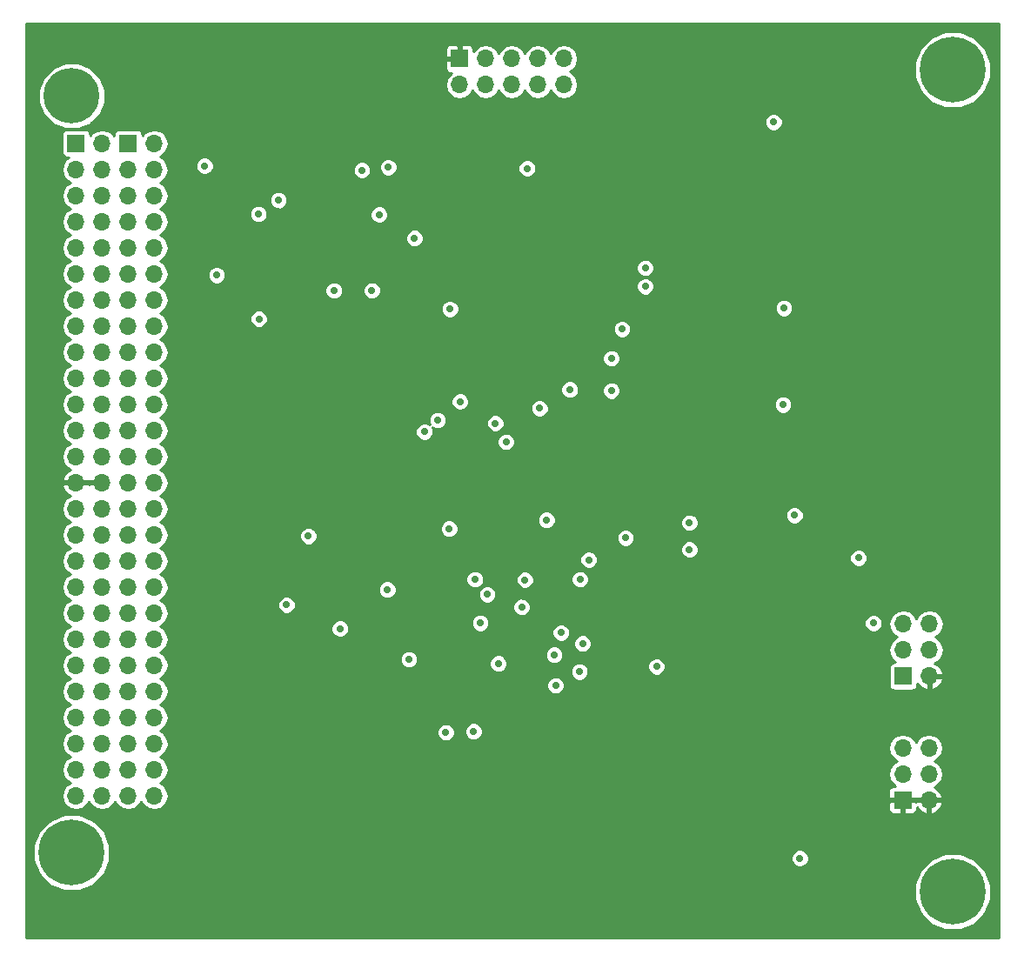
<source format=gbr>
G04 #@! TF.FileFunction,Copper,L3,Inr,Plane*
%FSLAX46Y46*%
G04 Gerber Fmt 4.6, Leading zero omitted, Abs format (unit mm)*
G04 Created by KiCad (PCBNEW 4.0.7) date 02/17/18 20:59:13*
%MOMM*%
%LPD*%
G01*
G04 APERTURE LIST*
%ADD10C,0.100000*%
%ADD11R,1.700000X1.700000*%
%ADD12O,1.700000X1.700000*%
%ADD13C,6.400000*%
%ADD14C,5.400000*%
%ADD15C,0.700000*%
%ADD16C,0.254000*%
G04 APERTURE END LIST*
D10*
D11*
X110670000Y-62080000D03*
D12*
X113210000Y-62080000D03*
X110670000Y-64620000D03*
X113210000Y-64620000D03*
X110670000Y-67160000D03*
X113210000Y-67160000D03*
X110670000Y-69700000D03*
X113210000Y-69700000D03*
X110670000Y-72240000D03*
X113210000Y-72240000D03*
X110670000Y-74780000D03*
X113210000Y-74780000D03*
X110670000Y-77320000D03*
X113210000Y-77320000D03*
X110670000Y-79860000D03*
X113210000Y-79860000D03*
X110670000Y-82400000D03*
X113210000Y-82400000D03*
X110670000Y-84940000D03*
X113210000Y-84940000D03*
X110670000Y-87480000D03*
X113210000Y-87480000D03*
X110670000Y-90020000D03*
X113210000Y-90020000D03*
X110670000Y-92560000D03*
X113210000Y-92560000D03*
X110670000Y-95100000D03*
X113210000Y-95100000D03*
X110670000Y-97640000D03*
X113210000Y-97640000D03*
X110670000Y-100180000D03*
X113210000Y-100180000D03*
X110670000Y-102720000D03*
X113210000Y-102720000D03*
X110670000Y-105260000D03*
X113210000Y-105260000D03*
X110670000Y-107800000D03*
X113210000Y-107800000D03*
X110670000Y-110340000D03*
X113210000Y-110340000D03*
X110670000Y-112880000D03*
X113210000Y-112880000D03*
X110670000Y-115420000D03*
X113210000Y-115420000D03*
X110670000Y-117960000D03*
X113210000Y-117960000D03*
X110670000Y-120500000D03*
X113210000Y-120500000D03*
X110670000Y-123040000D03*
X113210000Y-123040000D03*
X110670000Y-125580000D03*
X113210000Y-125580000D03*
D11*
X105590000Y-62080000D03*
D12*
X108130000Y-62080000D03*
X105590000Y-64620000D03*
X108130000Y-64620000D03*
X105590000Y-67160000D03*
X108130000Y-67160000D03*
X105590000Y-69700000D03*
X108130000Y-69700000D03*
X105590000Y-72240000D03*
X108130000Y-72240000D03*
X105590000Y-74780000D03*
X108130000Y-74780000D03*
X105590000Y-77320000D03*
X108130000Y-77320000D03*
X105590000Y-79860000D03*
X108130000Y-79860000D03*
X105590000Y-82400000D03*
X108130000Y-82400000D03*
X105590000Y-84940000D03*
X108130000Y-84940000D03*
X105590000Y-87480000D03*
X108130000Y-87480000D03*
X105590000Y-90020000D03*
X108130000Y-90020000D03*
X105590000Y-92560000D03*
X108130000Y-92560000D03*
X105590000Y-95100000D03*
X108130000Y-95100000D03*
X105590000Y-97640000D03*
X108130000Y-97640000D03*
X105590000Y-100180000D03*
X108130000Y-100180000D03*
X105590000Y-102720000D03*
X108130000Y-102720000D03*
X105590000Y-105260000D03*
X108130000Y-105260000D03*
X105590000Y-107800000D03*
X108130000Y-107800000D03*
X105590000Y-110340000D03*
X108130000Y-110340000D03*
X105590000Y-112880000D03*
X108130000Y-112880000D03*
X105590000Y-115420000D03*
X108130000Y-115420000D03*
X105590000Y-117960000D03*
X108130000Y-117960000D03*
X105590000Y-120500000D03*
X108130000Y-120500000D03*
X105590000Y-123040000D03*
X108130000Y-123040000D03*
X105590000Y-125580000D03*
X108130000Y-125580000D03*
D11*
X142920000Y-53820000D03*
D12*
X142920000Y-56360000D03*
X145460000Y-53820000D03*
X145460000Y-56360000D03*
X148000000Y-53820000D03*
X148000000Y-56360000D03*
X150540000Y-53820000D03*
X150540000Y-56360000D03*
X153080000Y-53820000D03*
X153080000Y-56360000D03*
D11*
X186060000Y-126000000D03*
D12*
X188600000Y-126000000D03*
X186060000Y-123460000D03*
X188600000Y-123460000D03*
X186060000Y-120920000D03*
X188600000Y-120920000D03*
D11*
X186100000Y-113940000D03*
D12*
X188640000Y-113940000D03*
X186100000Y-111400000D03*
X188640000Y-111400000D03*
X186100000Y-108860000D03*
X188640000Y-108860000D03*
D13*
X105190000Y-131110000D03*
D14*
X105190000Y-57450000D03*
D13*
X190920000Y-54910000D03*
X190920000Y-134920000D03*
D15*
X118130000Y-64250000D03*
X152275000Y-114825000D03*
X148975000Y-107200000D03*
X159075000Y-100475000D03*
X133425000Y-64675000D03*
X136000000Y-64400000D03*
X135900000Y-105500000D03*
X131300000Y-109300000D03*
X161000000Y-76000000D03*
X144300000Y-119300000D03*
X165300000Y-101600000D03*
X162100000Y-113000000D03*
X141600000Y-119400000D03*
X154600000Y-113500000D03*
X138000000Y-112300000D03*
X165300000Y-99000000D03*
X174500000Y-78100000D03*
X174400000Y-87500000D03*
X161000000Y-74200000D03*
X173500000Y-60000000D03*
X149500000Y-64500000D03*
X134400000Y-76400000D03*
X119300000Y-74900000D03*
X176050000Y-131650000D03*
X186160000Y-136800000D03*
X160975000Y-101850000D03*
X118800000Y-76800000D03*
X135500000Y-66600000D03*
X118600000Y-66700000D03*
X132500000Y-70000000D03*
X138100000Y-101700000D03*
X135400000Y-108600000D03*
X171300000Y-99000000D03*
X167000000Y-74200000D03*
X183900000Y-60000000D03*
X149500000Y-70200000D03*
X132500000Y-80000000D03*
X158750000Y-80150000D03*
X146420000Y-89310000D03*
X153650000Y-86025000D03*
X154900000Y-110750000D03*
X150720000Y-87860000D03*
X147450000Y-91125000D03*
X157700000Y-83000000D03*
X157700000Y-86150000D03*
X130700000Y-76400000D03*
X142000000Y-78200000D03*
X151400000Y-98725000D03*
X152800000Y-109700000D03*
X135100000Y-69000000D03*
X125300000Y-67600000D03*
X141925000Y-99575000D03*
X181750000Y-102425000D03*
X145625000Y-105975000D03*
X154650000Y-104500000D03*
X126100000Y-107000000D03*
X149300000Y-104550000D03*
X128225000Y-100300000D03*
X144425000Y-104500000D03*
X146700000Y-112700000D03*
X183200000Y-108775000D03*
X155500000Y-102600000D03*
X175525000Y-98275000D03*
X152150000Y-111850000D03*
X144950000Y-108750000D03*
X123400000Y-79150000D03*
X139500000Y-90150000D03*
X140800000Y-89000000D03*
X123350000Y-68950000D03*
X138550000Y-71300000D03*
X142975000Y-87200000D03*
D16*
G36*
X195398000Y-139398000D02*
X100712000Y-139398000D01*
X100712000Y-135658094D01*
X187192355Y-135658094D01*
X187758561Y-137028418D01*
X188806068Y-138077754D01*
X190175402Y-138646351D01*
X191658094Y-138647645D01*
X193028418Y-138081439D01*
X194077754Y-137033932D01*
X194646351Y-135664598D01*
X194647645Y-134181906D01*
X194081439Y-132811582D01*
X193033932Y-131762246D01*
X191664598Y-131193649D01*
X190181906Y-131192355D01*
X188811582Y-131758561D01*
X187762246Y-132806068D01*
X187193649Y-134175402D01*
X187192355Y-135658094D01*
X100712000Y-135658094D01*
X100712000Y-131848094D01*
X101462355Y-131848094D01*
X102028561Y-133218418D01*
X103076068Y-134267754D01*
X104445402Y-134836351D01*
X105928094Y-134837645D01*
X107298418Y-134271439D01*
X108347754Y-133223932D01*
X108916351Y-131854598D01*
X108916377Y-131823681D01*
X175172849Y-131823681D01*
X175306082Y-132146131D01*
X175552571Y-132393051D01*
X175874789Y-132526847D01*
X176223681Y-132527151D01*
X176546131Y-132393918D01*
X176793051Y-132147429D01*
X176926847Y-131825211D01*
X176927151Y-131476319D01*
X176793918Y-131153869D01*
X176547429Y-130906949D01*
X176225211Y-130773153D01*
X175876319Y-130772849D01*
X175553869Y-130906082D01*
X175306949Y-131152571D01*
X175173153Y-131474789D01*
X175172849Y-131823681D01*
X108916377Y-131823681D01*
X108917645Y-130371906D01*
X108351439Y-129001582D01*
X107303932Y-127952246D01*
X105934598Y-127383649D01*
X104451906Y-127382355D01*
X103081582Y-127948561D01*
X102032246Y-128996068D01*
X101463649Y-130365402D01*
X101462355Y-131848094D01*
X100712000Y-131848094D01*
X100712000Y-64620000D01*
X104186023Y-64620000D01*
X104290841Y-65146955D01*
X104589337Y-65593686D01*
X105032802Y-65890000D01*
X104589337Y-66186314D01*
X104290841Y-66633045D01*
X104186023Y-67160000D01*
X104290841Y-67686955D01*
X104589337Y-68133686D01*
X105032802Y-68430000D01*
X104589337Y-68726314D01*
X104290841Y-69173045D01*
X104186023Y-69700000D01*
X104290841Y-70226955D01*
X104589337Y-70673686D01*
X105032802Y-70970000D01*
X104589337Y-71266314D01*
X104290841Y-71713045D01*
X104186023Y-72240000D01*
X104290841Y-72766955D01*
X104589337Y-73213686D01*
X105032802Y-73510000D01*
X104589337Y-73806314D01*
X104290841Y-74253045D01*
X104186023Y-74780000D01*
X104290841Y-75306955D01*
X104589337Y-75753686D01*
X105032802Y-76050000D01*
X104589337Y-76346314D01*
X104290841Y-76793045D01*
X104186023Y-77320000D01*
X104290841Y-77846955D01*
X104589337Y-78293686D01*
X105032802Y-78590000D01*
X104589337Y-78886314D01*
X104290841Y-79333045D01*
X104186023Y-79860000D01*
X104290841Y-80386955D01*
X104589337Y-80833686D01*
X105032802Y-81130000D01*
X104589337Y-81426314D01*
X104290841Y-81873045D01*
X104186023Y-82400000D01*
X104290841Y-82926955D01*
X104589337Y-83373686D01*
X105032802Y-83670000D01*
X104589337Y-83966314D01*
X104290841Y-84413045D01*
X104186023Y-84940000D01*
X104290841Y-85466955D01*
X104589337Y-85913686D01*
X105032802Y-86210000D01*
X104589337Y-86506314D01*
X104290841Y-86953045D01*
X104186023Y-87480000D01*
X104290841Y-88006955D01*
X104589337Y-88453686D01*
X105032802Y-88750000D01*
X104589337Y-89046314D01*
X104290841Y-89493045D01*
X104186023Y-90020000D01*
X104290841Y-90546955D01*
X104589337Y-90993686D01*
X105032802Y-91290000D01*
X104589337Y-91586314D01*
X104290841Y-92033045D01*
X104186023Y-92560000D01*
X104290841Y-93086955D01*
X104589337Y-93533686D01*
X105036068Y-93832182D01*
X105088804Y-93842672D01*
X104765296Y-93997267D01*
X104406075Y-94396808D01*
X104255617Y-94760071D01*
X104351243Y-94973000D01*
X105463000Y-94973000D01*
X105463000Y-94953000D01*
X105717000Y-94953000D01*
X105717000Y-94973000D01*
X106828757Y-94973000D01*
X106860000Y-94903432D01*
X106891243Y-94973000D01*
X108003000Y-94973000D01*
X108003000Y-94953000D01*
X108257000Y-94953000D01*
X108257000Y-94973000D01*
X108277000Y-94973000D01*
X108277000Y-95227000D01*
X108257000Y-95227000D01*
X108257000Y-95247000D01*
X108003000Y-95247000D01*
X108003000Y-95227000D01*
X106891243Y-95227000D01*
X106860000Y-95296568D01*
X106828757Y-95227000D01*
X105717000Y-95227000D01*
X105717000Y-95247000D01*
X105463000Y-95247000D01*
X105463000Y-95227000D01*
X104351243Y-95227000D01*
X104255617Y-95439929D01*
X104406075Y-95803192D01*
X104765296Y-96202733D01*
X105088804Y-96357328D01*
X105036068Y-96367818D01*
X104589337Y-96666314D01*
X104290841Y-97113045D01*
X104186023Y-97640000D01*
X104290841Y-98166955D01*
X104589337Y-98613686D01*
X105032802Y-98910000D01*
X104589337Y-99206314D01*
X104290841Y-99653045D01*
X104186023Y-100180000D01*
X104290841Y-100706955D01*
X104589337Y-101153686D01*
X105032802Y-101450000D01*
X104589337Y-101746314D01*
X104290841Y-102193045D01*
X104186023Y-102720000D01*
X104290841Y-103246955D01*
X104589337Y-103693686D01*
X105032802Y-103990000D01*
X104589337Y-104286314D01*
X104290841Y-104733045D01*
X104186023Y-105260000D01*
X104290841Y-105786955D01*
X104589337Y-106233686D01*
X105032802Y-106530000D01*
X104589337Y-106826314D01*
X104290841Y-107273045D01*
X104186023Y-107800000D01*
X104290841Y-108326955D01*
X104589337Y-108773686D01*
X105032802Y-109070000D01*
X104589337Y-109366314D01*
X104290841Y-109813045D01*
X104186023Y-110340000D01*
X104290841Y-110866955D01*
X104589337Y-111313686D01*
X105032802Y-111610000D01*
X104589337Y-111906314D01*
X104290841Y-112353045D01*
X104186023Y-112880000D01*
X104290841Y-113406955D01*
X104589337Y-113853686D01*
X105032802Y-114150000D01*
X104589337Y-114446314D01*
X104290841Y-114893045D01*
X104186023Y-115420000D01*
X104290841Y-115946955D01*
X104589337Y-116393686D01*
X105032802Y-116690000D01*
X104589337Y-116986314D01*
X104290841Y-117433045D01*
X104186023Y-117960000D01*
X104290841Y-118486955D01*
X104589337Y-118933686D01*
X105032802Y-119230000D01*
X104589337Y-119526314D01*
X104290841Y-119973045D01*
X104186023Y-120500000D01*
X104290841Y-121026955D01*
X104589337Y-121473686D01*
X105032802Y-121770000D01*
X104589337Y-122066314D01*
X104290841Y-122513045D01*
X104186023Y-123040000D01*
X104290841Y-123566955D01*
X104589337Y-124013686D01*
X105032802Y-124310000D01*
X104589337Y-124606314D01*
X104290841Y-125053045D01*
X104186023Y-125580000D01*
X104290841Y-126106955D01*
X104589337Y-126553686D01*
X105036068Y-126852182D01*
X105563023Y-126957000D01*
X105616977Y-126957000D01*
X106143932Y-126852182D01*
X106590663Y-126553686D01*
X106860000Y-126150595D01*
X107129337Y-126553686D01*
X107576068Y-126852182D01*
X108103023Y-126957000D01*
X108156977Y-126957000D01*
X108683932Y-126852182D01*
X109130663Y-126553686D01*
X109400000Y-126150595D01*
X109669337Y-126553686D01*
X110116068Y-126852182D01*
X110643023Y-126957000D01*
X110696977Y-126957000D01*
X111223932Y-126852182D01*
X111670663Y-126553686D01*
X111940000Y-126150595D01*
X112209337Y-126553686D01*
X112656068Y-126852182D01*
X113183023Y-126957000D01*
X113236977Y-126957000D01*
X113763932Y-126852182D01*
X114210663Y-126553686D01*
X114407732Y-126258750D01*
X184683000Y-126258750D01*
X184683000Y-126954827D01*
X184763231Y-127148521D01*
X184911478Y-127296769D01*
X185105173Y-127377000D01*
X185801250Y-127377000D01*
X185933000Y-127245250D01*
X185933000Y-126127000D01*
X186187000Y-126127000D01*
X186187000Y-127245250D01*
X186318750Y-127377000D01*
X187014827Y-127377000D01*
X187208522Y-127296769D01*
X187356769Y-127148521D01*
X187437000Y-126954827D01*
X187437000Y-126726466D01*
X187775296Y-127102733D01*
X188260070Y-127334393D01*
X188473000Y-127239391D01*
X188473000Y-126127000D01*
X188727000Y-126127000D01*
X188727000Y-127239391D01*
X188939930Y-127334393D01*
X189424704Y-127102733D01*
X189783925Y-126703192D01*
X189934383Y-126339929D01*
X189838757Y-126127000D01*
X188727000Y-126127000D01*
X188473000Y-126127000D01*
X187361243Y-126127000D01*
X187343890Y-126165640D01*
X187305250Y-126127000D01*
X186187000Y-126127000D01*
X185933000Y-126127000D01*
X184814750Y-126127000D01*
X184683000Y-126258750D01*
X114407732Y-126258750D01*
X114509159Y-126106955D01*
X114613977Y-125580000D01*
X114509159Y-125053045D01*
X114210663Y-124606314D01*
X113767198Y-124310000D01*
X114210663Y-124013686D01*
X114509159Y-123566955D01*
X114613977Y-123040000D01*
X114509159Y-122513045D01*
X114210663Y-122066314D01*
X113767198Y-121770000D01*
X114210663Y-121473686D01*
X114509159Y-121026955D01*
X114530433Y-120920000D01*
X184656023Y-120920000D01*
X184760841Y-121446955D01*
X185059337Y-121893686D01*
X185502802Y-122190000D01*
X185059337Y-122486314D01*
X184760841Y-122933045D01*
X184656023Y-123460000D01*
X184760841Y-123986955D01*
X185059337Y-124433686D01*
X185342666Y-124623000D01*
X185105173Y-124623000D01*
X184911478Y-124703231D01*
X184763231Y-124851479D01*
X184683000Y-125045173D01*
X184683000Y-125741250D01*
X184814750Y-125873000D01*
X185933000Y-125873000D01*
X185933000Y-125853000D01*
X186187000Y-125853000D01*
X186187000Y-125873000D01*
X187305250Y-125873000D01*
X187343890Y-125834360D01*
X187361243Y-125873000D01*
X188473000Y-125873000D01*
X188473000Y-125853000D01*
X188727000Y-125853000D01*
X188727000Y-125873000D01*
X189838757Y-125873000D01*
X189934383Y-125660071D01*
X189783925Y-125296808D01*
X189424704Y-124897267D01*
X189101196Y-124742672D01*
X189153932Y-124732182D01*
X189600663Y-124433686D01*
X189899159Y-123986955D01*
X190003977Y-123460000D01*
X189899159Y-122933045D01*
X189600663Y-122486314D01*
X189157198Y-122190000D01*
X189600663Y-121893686D01*
X189899159Y-121446955D01*
X190003977Y-120920000D01*
X189899159Y-120393045D01*
X189600663Y-119946314D01*
X189153932Y-119647818D01*
X188626977Y-119543000D01*
X188573023Y-119543000D01*
X188046068Y-119647818D01*
X187599337Y-119946314D01*
X187330000Y-120349405D01*
X187060663Y-119946314D01*
X186613932Y-119647818D01*
X186086977Y-119543000D01*
X186033023Y-119543000D01*
X185506068Y-119647818D01*
X185059337Y-119946314D01*
X184760841Y-120393045D01*
X184656023Y-120920000D01*
X114530433Y-120920000D01*
X114613977Y-120500000D01*
X114509159Y-119973045D01*
X114242313Y-119573681D01*
X140722849Y-119573681D01*
X140856082Y-119896131D01*
X141102571Y-120143051D01*
X141424789Y-120276847D01*
X141773681Y-120277151D01*
X142096131Y-120143918D01*
X142343051Y-119897429D01*
X142476847Y-119575211D01*
X142476935Y-119473681D01*
X143422849Y-119473681D01*
X143556082Y-119796131D01*
X143802571Y-120043051D01*
X144124789Y-120176847D01*
X144473681Y-120177151D01*
X144796131Y-120043918D01*
X145043051Y-119797429D01*
X145176847Y-119475211D01*
X145177151Y-119126319D01*
X145043918Y-118803869D01*
X144797429Y-118556949D01*
X144475211Y-118423153D01*
X144126319Y-118422849D01*
X143803869Y-118556082D01*
X143556949Y-118802571D01*
X143423153Y-119124789D01*
X143422849Y-119473681D01*
X142476935Y-119473681D01*
X142477151Y-119226319D01*
X142343918Y-118903869D01*
X142097429Y-118656949D01*
X141775211Y-118523153D01*
X141426319Y-118522849D01*
X141103869Y-118656082D01*
X140856949Y-118902571D01*
X140723153Y-119224789D01*
X140722849Y-119573681D01*
X114242313Y-119573681D01*
X114210663Y-119526314D01*
X113767198Y-119230000D01*
X114210663Y-118933686D01*
X114509159Y-118486955D01*
X114613977Y-117960000D01*
X114509159Y-117433045D01*
X114210663Y-116986314D01*
X113767198Y-116690000D01*
X114210663Y-116393686D01*
X114509159Y-115946955D01*
X114613977Y-115420000D01*
X114530172Y-114998681D01*
X151397849Y-114998681D01*
X151531082Y-115321131D01*
X151777571Y-115568051D01*
X152099789Y-115701847D01*
X152448681Y-115702151D01*
X152771131Y-115568918D01*
X153018051Y-115322429D01*
X153151847Y-115000211D01*
X153152151Y-114651319D01*
X153018918Y-114328869D01*
X152772429Y-114081949D01*
X152450211Y-113948153D01*
X152101319Y-113947849D01*
X151778869Y-114081082D01*
X151531949Y-114327571D01*
X151398153Y-114649789D01*
X151397849Y-114998681D01*
X114530172Y-114998681D01*
X114509159Y-114893045D01*
X114210663Y-114446314D01*
X113767198Y-114150000D01*
X114210663Y-113853686D01*
X114330938Y-113673681D01*
X153722849Y-113673681D01*
X153856082Y-113996131D01*
X154102571Y-114243051D01*
X154424789Y-114376847D01*
X154773681Y-114377151D01*
X155096131Y-114243918D01*
X155343051Y-113997429D01*
X155476847Y-113675211D01*
X155477151Y-113326319D01*
X155414083Y-113173681D01*
X161222849Y-113173681D01*
X161356082Y-113496131D01*
X161602571Y-113743051D01*
X161924789Y-113876847D01*
X162273681Y-113877151D01*
X162596131Y-113743918D01*
X162843051Y-113497429D01*
X162976847Y-113175211D01*
X162977151Y-112826319D01*
X162843918Y-112503869D01*
X162597429Y-112256949D01*
X162275211Y-112123153D01*
X161926319Y-112122849D01*
X161603869Y-112256082D01*
X161356949Y-112502571D01*
X161223153Y-112824789D01*
X161222849Y-113173681D01*
X155414083Y-113173681D01*
X155343918Y-113003869D01*
X155097429Y-112756949D01*
X154775211Y-112623153D01*
X154426319Y-112622849D01*
X154103869Y-112756082D01*
X153856949Y-113002571D01*
X153723153Y-113324789D01*
X153722849Y-113673681D01*
X114330938Y-113673681D01*
X114509159Y-113406955D01*
X114613977Y-112880000D01*
X114533156Y-112473681D01*
X137122849Y-112473681D01*
X137256082Y-112796131D01*
X137502571Y-113043051D01*
X137824789Y-113176847D01*
X138173681Y-113177151D01*
X138496131Y-113043918D01*
X138666665Y-112873681D01*
X145822849Y-112873681D01*
X145956082Y-113196131D01*
X146202571Y-113443051D01*
X146524789Y-113576847D01*
X146873681Y-113577151D01*
X147196131Y-113443918D01*
X147443051Y-113197429D01*
X147576847Y-112875211D01*
X147577151Y-112526319D01*
X147443918Y-112203869D01*
X147264045Y-112023681D01*
X151272849Y-112023681D01*
X151406082Y-112346131D01*
X151652571Y-112593051D01*
X151974789Y-112726847D01*
X152323681Y-112727151D01*
X152646131Y-112593918D01*
X152893051Y-112347429D01*
X153026847Y-112025211D01*
X153027151Y-111676319D01*
X152893918Y-111353869D01*
X152647429Y-111106949D01*
X152325211Y-110973153D01*
X151976319Y-110972849D01*
X151653869Y-111106082D01*
X151406949Y-111352571D01*
X151273153Y-111674789D01*
X151272849Y-112023681D01*
X147264045Y-112023681D01*
X147197429Y-111956949D01*
X146875211Y-111823153D01*
X146526319Y-111822849D01*
X146203869Y-111956082D01*
X145956949Y-112202571D01*
X145823153Y-112524789D01*
X145822849Y-112873681D01*
X138666665Y-112873681D01*
X138743051Y-112797429D01*
X138876847Y-112475211D01*
X138877151Y-112126319D01*
X138743918Y-111803869D01*
X138497429Y-111556949D01*
X138175211Y-111423153D01*
X137826319Y-111422849D01*
X137503869Y-111556082D01*
X137256949Y-111802571D01*
X137123153Y-112124789D01*
X137122849Y-112473681D01*
X114533156Y-112473681D01*
X114509159Y-112353045D01*
X114210663Y-111906314D01*
X113767198Y-111610000D01*
X114210663Y-111313686D01*
X114471255Y-110923681D01*
X154022849Y-110923681D01*
X154156082Y-111246131D01*
X154402571Y-111493051D01*
X154724789Y-111626847D01*
X155073681Y-111627151D01*
X155396131Y-111493918D01*
X155643051Y-111247429D01*
X155776847Y-110925211D01*
X155777151Y-110576319D01*
X155643918Y-110253869D01*
X155397429Y-110006949D01*
X155075211Y-109873153D01*
X154726319Y-109872849D01*
X154403869Y-110006082D01*
X154156949Y-110252571D01*
X154023153Y-110574789D01*
X154022849Y-110923681D01*
X114471255Y-110923681D01*
X114509159Y-110866955D01*
X114613977Y-110340000D01*
X114509159Y-109813045D01*
X114282404Y-109473681D01*
X130422849Y-109473681D01*
X130556082Y-109796131D01*
X130802571Y-110043051D01*
X131124789Y-110176847D01*
X131473681Y-110177151D01*
X131796131Y-110043918D01*
X131966665Y-109873681D01*
X151922849Y-109873681D01*
X152056082Y-110196131D01*
X152302571Y-110443051D01*
X152624789Y-110576847D01*
X152973681Y-110577151D01*
X153296131Y-110443918D01*
X153543051Y-110197429D01*
X153676847Y-109875211D01*
X153677151Y-109526319D01*
X153543918Y-109203869D01*
X153297429Y-108956949D01*
X153277518Y-108948681D01*
X182322849Y-108948681D01*
X182456082Y-109271131D01*
X182702571Y-109518051D01*
X183024789Y-109651847D01*
X183373681Y-109652151D01*
X183696131Y-109518918D01*
X183943051Y-109272429D01*
X184076847Y-108950211D01*
X184076925Y-108860000D01*
X184696023Y-108860000D01*
X184800841Y-109386955D01*
X185099337Y-109833686D01*
X185542802Y-110130000D01*
X185099337Y-110426314D01*
X184800841Y-110873045D01*
X184696023Y-111400000D01*
X184800841Y-111926955D01*
X185099337Y-112373686D01*
X185367215Y-112552676D01*
X185250000Y-112552676D01*
X185054706Y-112589423D01*
X184875340Y-112704842D01*
X184755010Y-112880951D01*
X184712676Y-113090000D01*
X184712676Y-114790000D01*
X184749423Y-114985294D01*
X184864842Y-115164660D01*
X185040951Y-115284990D01*
X185250000Y-115327324D01*
X186950000Y-115327324D01*
X187145294Y-115290577D01*
X187324660Y-115175158D01*
X187444990Y-114999049D01*
X187487324Y-114790000D01*
X187487324Y-114677948D01*
X187815296Y-115042733D01*
X188300070Y-115274393D01*
X188513000Y-115179391D01*
X188513000Y-114067000D01*
X188767000Y-114067000D01*
X188767000Y-115179391D01*
X188979930Y-115274393D01*
X189464704Y-115042733D01*
X189823925Y-114643192D01*
X189974383Y-114279929D01*
X189878757Y-114067000D01*
X188767000Y-114067000D01*
X188513000Y-114067000D01*
X188493000Y-114067000D01*
X188493000Y-113813000D01*
X188513000Y-113813000D01*
X188513000Y-113793000D01*
X188767000Y-113793000D01*
X188767000Y-113813000D01*
X189878757Y-113813000D01*
X189974383Y-113600071D01*
X189823925Y-113236808D01*
X189464704Y-112837267D01*
X189141196Y-112682672D01*
X189193932Y-112672182D01*
X189640663Y-112373686D01*
X189939159Y-111926955D01*
X190043977Y-111400000D01*
X189939159Y-110873045D01*
X189640663Y-110426314D01*
X189197198Y-110130000D01*
X189640663Y-109833686D01*
X189939159Y-109386955D01*
X190043977Y-108860000D01*
X189939159Y-108333045D01*
X189640663Y-107886314D01*
X189193932Y-107587818D01*
X188666977Y-107483000D01*
X188613023Y-107483000D01*
X188086068Y-107587818D01*
X187639337Y-107886314D01*
X187370000Y-108289405D01*
X187100663Y-107886314D01*
X186653932Y-107587818D01*
X186126977Y-107483000D01*
X186073023Y-107483000D01*
X185546068Y-107587818D01*
X185099337Y-107886314D01*
X184800841Y-108333045D01*
X184696023Y-108860000D01*
X184076925Y-108860000D01*
X184077151Y-108601319D01*
X183943918Y-108278869D01*
X183697429Y-108031949D01*
X183375211Y-107898153D01*
X183026319Y-107897849D01*
X182703869Y-108031082D01*
X182456949Y-108277571D01*
X182323153Y-108599789D01*
X182322849Y-108948681D01*
X153277518Y-108948681D01*
X152975211Y-108823153D01*
X152626319Y-108822849D01*
X152303869Y-108956082D01*
X152056949Y-109202571D01*
X151923153Y-109524789D01*
X151922849Y-109873681D01*
X131966665Y-109873681D01*
X132043051Y-109797429D01*
X132176847Y-109475211D01*
X132177151Y-109126319D01*
X132093424Y-108923681D01*
X144072849Y-108923681D01*
X144206082Y-109246131D01*
X144452571Y-109493051D01*
X144774789Y-109626847D01*
X145123681Y-109627151D01*
X145446131Y-109493918D01*
X145693051Y-109247429D01*
X145826847Y-108925211D01*
X145827151Y-108576319D01*
X145693918Y-108253869D01*
X145447429Y-108006949D01*
X145125211Y-107873153D01*
X144776319Y-107872849D01*
X144453869Y-108006082D01*
X144206949Y-108252571D01*
X144073153Y-108574789D01*
X144072849Y-108923681D01*
X132093424Y-108923681D01*
X132043918Y-108803869D01*
X131797429Y-108556949D01*
X131475211Y-108423153D01*
X131126319Y-108422849D01*
X130803869Y-108556082D01*
X130556949Y-108802571D01*
X130423153Y-109124789D01*
X130422849Y-109473681D01*
X114282404Y-109473681D01*
X114210663Y-109366314D01*
X113767198Y-109070000D01*
X114210663Y-108773686D01*
X114509159Y-108326955D01*
X114613977Y-107800000D01*
X114509159Y-107273045D01*
X114442767Y-107173681D01*
X125222849Y-107173681D01*
X125356082Y-107496131D01*
X125602571Y-107743051D01*
X125924789Y-107876847D01*
X126273681Y-107877151D01*
X126596131Y-107743918D01*
X126843051Y-107497429D01*
X126894435Y-107373681D01*
X148097849Y-107373681D01*
X148231082Y-107696131D01*
X148477571Y-107943051D01*
X148799789Y-108076847D01*
X149148681Y-108077151D01*
X149471131Y-107943918D01*
X149718051Y-107697429D01*
X149851847Y-107375211D01*
X149852151Y-107026319D01*
X149718918Y-106703869D01*
X149472429Y-106456949D01*
X149150211Y-106323153D01*
X148801319Y-106322849D01*
X148478869Y-106456082D01*
X148231949Y-106702571D01*
X148098153Y-107024789D01*
X148097849Y-107373681D01*
X126894435Y-107373681D01*
X126976847Y-107175211D01*
X126977151Y-106826319D01*
X126843918Y-106503869D01*
X126597429Y-106256949D01*
X126275211Y-106123153D01*
X125926319Y-106122849D01*
X125603869Y-106256082D01*
X125356949Y-106502571D01*
X125223153Y-106824789D01*
X125222849Y-107173681D01*
X114442767Y-107173681D01*
X114210663Y-106826314D01*
X113767198Y-106530000D01*
X114210663Y-106233686D01*
X114509159Y-105786955D01*
X114531690Y-105673681D01*
X135022849Y-105673681D01*
X135156082Y-105996131D01*
X135402571Y-106243051D01*
X135724789Y-106376847D01*
X136073681Y-106377151D01*
X136396131Y-106243918D01*
X136491534Y-106148681D01*
X144747849Y-106148681D01*
X144881082Y-106471131D01*
X145127571Y-106718051D01*
X145449789Y-106851847D01*
X145798681Y-106852151D01*
X146121131Y-106718918D01*
X146368051Y-106472429D01*
X146501847Y-106150211D01*
X146502151Y-105801319D01*
X146368918Y-105478869D01*
X146122429Y-105231949D01*
X145800211Y-105098153D01*
X145451319Y-105097849D01*
X145128869Y-105231082D01*
X144881949Y-105477571D01*
X144748153Y-105799789D01*
X144747849Y-106148681D01*
X136491534Y-106148681D01*
X136643051Y-105997429D01*
X136776847Y-105675211D01*
X136777151Y-105326319D01*
X136643918Y-105003869D01*
X136397429Y-104756949D01*
X136196897Y-104673681D01*
X143547849Y-104673681D01*
X143681082Y-104996131D01*
X143927571Y-105243051D01*
X144249789Y-105376847D01*
X144598681Y-105377151D01*
X144921131Y-105243918D01*
X145168051Y-104997429D01*
X145281720Y-104723681D01*
X148422849Y-104723681D01*
X148556082Y-105046131D01*
X148802571Y-105293051D01*
X149124789Y-105426847D01*
X149473681Y-105427151D01*
X149796131Y-105293918D01*
X150043051Y-105047429D01*
X150176847Y-104725211D01*
X150176891Y-104673681D01*
X153772849Y-104673681D01*
X153906082Y-104996131D01*
X154152571Y-105243051D01*
X154474789Y-105376847D01*
X154823681Y-105377151D01*
X155146131Y-105243918D01*
X155393051Y-104997429D01*
X155526847Y-104675211D01*
X155527151Y-104326319D01*
X155393918Y-104003869D01*
X155147429Y-103756949D01*
X154825211Y-103623153D01*
X154476319Y-103622849D01*
X154153869Y-103756082D01*
X153906949Y-104002571D01*
X153773153Y-104324789D01*
X153772849Y-104673681D01*
X150176891Y-104673681D01*
X150177151Y-104376319D01*
X150043918Y-104053869D01*
X149797429Y-103806949D01*
X149475211Y-103673153D01*
X149126319Y-103672849D01*
X148803869Y-103806082D01*
X148556949Y-104052571D01*
X148423153Y-104374789D01*
X148422849Y-104723681D01*
X145281720Y-104723681D01*
X145301847Y-104675211D01*
X145302151Y-104326319D01*
X145168918Y-104003869D01*
X144922429Y-103756949D01*
X144600211Y-103623153D01*
X144251319Y-103622849D01*
X143928869Y-103756082D01*
X143681949Y-104002571D01*
X143548153Y-104324789D01*
X143547849Y-104673681D01*
X136196897Y-104673681D01*
X136075211Y-104623153D01*
X135726319Y-104622849D01*
X135403869Y-104756082D01*
X135156949Y-105002571D01*
X135023153Y-105324789D01*
X135022849Y-105673681D01*
X114531690Y-105673681D01*
X114613977Y-105260000D01*
X114509159Y-104733045D01*
X114210663Y-104286314D01*
X113767198Y-103990000D01*
X114210663Y-103693686D01*
X114509159Y-103246955D01*
X114603299Y-102773681D01*
X154622849Y-102773681D01*
X154756082Y-103096131D01*
X155002571Y-103343051D01*
X155324789Y-103476847D01*
X155673681Y-103477151D01*
X155996131Y-103343918D01*
X156243051Y-103097429D01*
X156376847Y-102775211D01*
X156377000Y-102598681D01*
X180872849Y-102598681D01*
X181006082Y-102921131D01*
X181252571Y-103168051D01*
X181574789Y-103301847D01*
X181923681Y-103302151D01*
X182246131Y-103168918D01*
X182493051Y-102922429D01*
X182626847Y-102600211D01*
X182627151Y-102251319D01*
X182493918Y-101928869D01*
X182247429Y-101681949D01*
X181925211Y-101548153D01*
X181576319Y-101547849D01*
X181253869Y-101681082D01*
X181006949Y-101927571D01*
X180873153Y-102249789D01*
X180872849Y-102598681D01*
X156377000Y-102598681D01*
X156377151Y-102426319D01*
X156243918Y-102103869D01*
X155997429Y-101856949D01*
X155796897Y-101773681D01*
X164422849Y-101773681D01*
X164556082Y-102096131D01*
X164802571Y-102343051D01*
X165124789Y-102476847D01*
X165473681Y-102477151D01*
X165796131Y-102343918D01*
X166043051Y-102097429D01*
X166176847Y-101775211D01*
X166177151Y-101426319D01*
X166043918Y-101103869D01*
X165797429Y-100856949D01*
X165475211Y-100723153D01*
X165126319Y-100722849D01*
X164803869Y-100856082D01*
X164556949Y-101102571D01*
X164423153Y-101424789D01*
X164422849Y-101773681D01*
X155796897Y-101773681D01*
X155675211Y-101723153D01*
X155326319Y-101722849D01*
X155003869Y-101856082D01*
X154756949Y-102102571D01*
X154623153Y-102424789D01*
X154622849Y-102773681D01*
X114603299Y-102773681D01*
X114613977Y-102720000D01*
X114509159Y-102193045D01*
X114210663Y-101746314D01*
X113767198Y-101450000D01*
X114210663Y-101153686D01*
X114509159Y-100706955D01*
X114555560Y-100473681D01*
X127347849Y-100473681D01*
X127481082Y-100796131D01*
X127727571Y-101043051D01*
X128049789Y-101176847D01*
X128398681Y-101177151D01*
X128721131Y-101043918D01*
X128968051Y-100797429D01*
X129029816Y-100648681D01*
X158197849Y-100648681D01*
X158331082Y-100971131D01*
X158577571Y-101218051D01*
X158899789Y-101351847D01*
X159248681Y-101352151D01*
X159571131Y-101218918D01*
X159818051Y-100972429D01*
X159951847Y-100650211D01*
X159952151Y-100301319D01*
X159818918Y-99978869D01*
X159572429Y-99731949D01*
X159250211Y-99598153D01*
X158901319Y-99597849D01*
X158578869Y-99731082D01*
X158331949Y-99977571D01*
X158198153Y-100299789D01*
X158197849Y-100648681D01*
X129029816Y-100648681D01*
X129101847Y-100475211D01*
X129102151Y-100126319D01*
X128968918Y-99803869D01*
X128913827Y-99748681D01*
X141047849Y-99748681D01*
X141181082Y-100071131D01*
X141427571Y-100318051D01*
X141749789Y-100451847D01*
X142098681Y-100452151D01*
X142421131Y-100318918D01*
X142668051Y-100072429D01*
X142801847Y-99750211D01*
X142802151Y-99401319D01*
X142668918Y-99078869D01*
X142489045Y-98898681D01*
X150522849Y-98898681D01*
X150656082Y-99221131D01*
X150902571Y-99468051D01*
X151224789Y-99601847D01*
X151573681Y-99602151D01*
X151896131Y-99468918D01*
X152143051Y-99222429D01*
X152163292Y-99173681D01*
X164422849Y-99173681D01*
X164556082Y-99496131D01*
X164802571Y-99743051D01*
X165124789Y-99876847D01*
X165473681Y-99877151D01*
X165796131Y-99743918D01*
X166043051Y-99497429D01*
X166176847Y-99175211D01*
X166177151Y-98826319D01*
X166043918Y-98503869D01*
X165988827Y-98448681D01*
X174647849Y-98448681D01*
X174781082Y-98771131D01*
X175027571Y-99018051D01*
X175349789Y-99151847D01*
X175698681Y-99152151D01*
X176021131Y-99018918D01*
X176268051Y-98772429D01*
X176401847Y-98450211D01*
X176402151Y-98101319D01*
X176268918Y-97778869D01*
X176022429Y-97531949D01*
X175700211Y-97398153D01*
X175351319Y-97397849D01*
X175028869Y-97531082D01*
X174781949Y-97777571D01*
X174648153Y-98099789D01*
X174647849Y-98448681D01*
X165988827Y-98448681D01*
X165797429Y-98256949D01*
X165475211Y-98123153D01*
X165126319Y-98122849D01*
X164803869Y-98256082D01*
X164556949Y-98502571D01*
X164423153Y-98824789D01*
X164422849Y-99173681D01*
X152163292Y-99173681D01*
X152276847Y-98900211D01*
X152277151Y-98551319D01*
X152143918Y-98228869D01*
X151897429Y-97981949D01*
X151575211Y-97848153D01*
X151226319Y-97847849D01*
X150903869Y-97981082D01*
X150656949Y-98227571D01*
X150523153Y-98549789D01*
X150522849Y-98898681D01*
X142489045Y-98898681D01*
X142422429Y-98831949D01*
X142100211Y-98698153D01*
X141751319Y-98697849D01*
X141428869Y-98831082D01*
X141181949Y-99077571D01*
X141048153Y-99399789D01*
X141047849Y-99748681D01*
X128913827Y-99748681D01*
X128722429Y-99556949D01*
X128400211Y-99423153D01*
X128051319Y-99422849D01*
X127728869Y-99556082D01*
X127481949Y-99802571D01*
X127348153Y-100124789D01*
X127347849Y-100473681D01*
X114555560Y-100473681D01*
X114613977Y-100180000D01*
X114509159Y-99653045D01*
X114210663Y-99206314D01*
X113767198Y-98910000D01*
X114210663Y-98613686D01*
X114509159Y-98166955D01*
X114613977Y-97640000D01*
X114509159Y-97113045D01*
X114210663Y-96666314D01*
X113767198Y-96370000D01*
X114210663Y-96073686D01*
X114509159Y-95626955D01*
X114613977Y-95100000D01*
X114509159Y-94573045D01*
X114210663Y-94126314D01*
X113767198Y-93830000D01*
X114210663Y-93533686D01*
X114509159Y-93086955D01*
X114613977Y-92560000D01*
X114509159Y-92033045D01*
X114210663Y-91586314D01*
X113780191Y-91298681D01*
X146572849Y-91298681D01*
X146706082Y-91621131D01*
X146952571Y-91868051D01*
X147274789Y-92001847D01*
X147623681Y-92002151D01*
X147946131Y-91868918D01*
X148193051Y-91622429D01*
X148326847Y-91300211D01*
X148327151Y-90951319D01*
X148193918Y-90628869D01*
X147947429Y-90381949D01*
X147625211Y-90248153D01*
X147276319Y-90247849D01*
X146953869Y-90381082D01*
X146706949Y-90627571D01*
X146573153Y-90949789D01*
X146572849Y-91298681D01*
X113780191Y-91298681D01*
X113767198Y-91290000D01*
X114210663Y-90993686D01*
X114509159Y-90546955D01*
X114553571Y-90323681D01*
X138622849Y-90323681D01*
X138756082Y-90646131D01*
X139002571Y-90893051D01*
X139324789Y-91026847D01*
X139673681Y-91027151D01*
X139996131Y-90893918D01*
X140243051Y-90647429D01*
X140376847Y-90325211D01*
X140377151Y-89976319D01*
X140265369Y-89705783D01*
X140302571Y-89743051D01*
X140624789Y-89876847D01*
X140973681Y-89877151D01*
X141296131Y-89743918D01*
X141543051Y-89497429D01*
X141548759Y-89483681D01*
X145542849Y-89483681D01*
X145676082Y-89806131D01*
X145922571Y-90053051D01*
X146244789Y-90186847D01*
X146593681Y-90187151D01*
X146916131Y-90053918D01*
X147163051Y-89807429D01*
X147296847Y-89485211D01*
X147297151Y-89136319D01*
X147163918Y-88813869D01*
X146917429Y-88566949D01*
X146595211Y-88433153D01*
X146246319Y-88432849D01*
X145923869Y-88566082D01*
X145676949Y-88812571D01*
X145543153Y-89134789D01*
X145542849Y-89483681D01*
X141548759Y-89483681D01*
X141676847Y-89175211D01*
X141677151Y-88826319D01*
X141543918Y-88503869D01*
X141297429Y-88256949D01*
X140975211Y-88123153D01*
X140626319Y-88122849D01*
X140303869Y-88256082D01*
X140056949Y-88502571D01*
X139923153Y-88824789D01*
X139922849Y-89173681D01*
X140034631Y-89444217D01*
X139997429Y-89406949D01*
X139675211Y-89273153D01*
X139326319Y-89272849D01*
X139003869Y-89406082D01*
X138756949Y-89652571D01*
X138623153Y-89974789D01*
X138622849Y-90323681D01*
X114553571Y-90323681D01*
X114613977Y-90020000D01*
X114509159Y-89493045D01*
X114210663Y-89046314D01*
X113767198Y-88750000D01*
X114210663Y-88453686D01*
X114509159Y-88006955D01*
X114613977Y-87480000D01*
X114592829Y-87373681D01*
X142097849Y-87373681D01*
X142231082Y-87696131D01*
X142477571Y-87943051D01*
X142799789Y-88076847D01*
X143148681Y-88077151D01*
X143253886Y-88033681D01*
X149842849Y-88033681D01*
X149976082Y-88356131D01*
X150222571Y-88603051D01*
X150544789Y-88736847D01*
X150893681Y-88737151D01*
X151216131Y-88603918D01*
X151463051Y-88357429D01*
X151596847Y-88035211D01*
X151597151Y-87686319D01*
X151591930Y-87673681D01*
X173522849Y-87673681D01*
X173656082Y-87996131D01*
X173902571Y-88243051D01*
X174224789Y-88376847D01*
X174573681Y-88377151D01*
X174896131Y-88243918D01*
X175143051Y-87997429D01*
X175276847Y-87675211D01*
X175277151Y-87326319D01*
X175143918Y-87003869D01*
X174897429Y-86756949D01*
X174575211Y-86623153D01*
X174226319Y-86622849D01*
X173903869Y-86756082D01*
X173656949Y-87002571D01*
X173523153Y-87324789D01*
X173522849Y-87673681D01*
X151591930Y-87673681D01*
X151463918Y-87363869D01*
X151217429Y-87116949D01*
X150895211Y-86983153D01*
X150546319Y-86982849D01*
X150223869Y-87116082D01*
X149976949Y-87362571D01*
X149843153Y-87684789D01*
X149842849Y-88033681D01*
X143253886Y-88033681D01*
X143471131Y-87943918D01*
X143718051Y-87697429D01*
X143851847Y-87375211D01*
X143852151Y-87026319D01*
X143718918Y-86703869D01*
X143472429Y-86456949D01*
X143150211Y-86323153D01*
X142801319Y-86322849D01*
X142478869Y-86456082D01*
X142231949Y-86702571D01*
X142098153Y-87024789D01*
X142097849Y-87373681D01*
X114592829Y-87373681D01*
X114509159Y-86953045D01*
X114210663Y-86506314D01*
X113767198Y-86210000D01*
X113784138Y-86198681D01*
X152772849Y-86198681D01*
X152906082Y-86521131D01*
X153152571Y-86768051D01*
X153474789Y-86901847D01*
X153823681Y-86902151D01*
X154146131Y-86768918D01*
X154393051Y-86522429D01*
X154475578Y-86323681D01*
X156822849Y-86323681D01*
X156956082Y-86646131D01*
X157202571Y-86893051D01*
X157524789Y-87026847D01*
X157873681Y-87027151D01*
X158196131Y-86893918D01*
X158443051Y-86647429D01*
X158576847Y-86325211D01*
X158577151Y-85976319D01*
X158443918Y-85653869D01*
X158197429Y-85406949D01*
X157875211Y-85273153D01*
X157526319Y-85272849D01*
X157203869Y-85406082D01*
X156956949Y-85652571D01*
X156823153Y-85974789D01*
X156822849Y-86323681D01*
X154475578Y-86323681D01*
X154526847Y-86200211D01*
X154527151Y-85851319D01*
X154393918Y-85528869D01*
X154147429Y-85281949D01*
X153825211Y-85148153D01*
X153476319Y-85147849D01*
X153153869Y-85281082D01*
X152906949Y-85527571D01*
X152773153Y-85849789D01*
X152772849Y-86198681D01*
X113784138Y-86198681D01*
X114210663Y-85913686D01*
X114509159Y-85466955D01*
X114613977Y-84940000D01*
X114509159Y-84413045D01*
X114210663Y-83966314D01*
X113767198Y-83670000D01*
X114210663Y-83373686D01*
X114344302Y-83173681D01*
X156822849Y-83173681D01*
X156956082Y-83496131D01*
X157202571Y-83743051D01*
X157524789Y-83876847D01*
X157873681Y-83877151D01*
X158196131Y-83743918D01*
X158443051Y-83497429D01*
X158576847Y-83175211D01*
X158577151Y-82826319D01*
X158443918Y-82503869D01*
X158197429Y-82256949D01*
X157875211Y-82123153D01*
X157526319Y-82122849D01*
X157203869Y-82256082D01*
X156956949Y-82502571D01*
X156823153Y-82824789D01*
X156822849Y-83173681D01*
X114344302Y-83173681D01*
X114509159Y-82926955D01*
X114613977Y-82400000D01*
X114509159Y-81873045D01*
X114210663Y-81426314D01*
X113767198Y-81130000D01*
X114210663Y-80833686D01*
X114509159Y-80386955D01*
X114521744Y-80323681D01*
X157872849Y-80323681D01*
X158006082Y-80646131D01*
X158252571Y-80893051D01*
X158574789Y-81026847D01*
X158923681Y-81027151D01*
X159246131Y-80893918D01*
X159493051Y-80647429D01*
X159626847Y-80325211D01*
X159627151Y-79976319D01*
X159493918Y-79653869D01*
X159247429Y-79406949D01*
X158925211Y-79273153D01*
X158576319Y-79272849D01*
X158253869Y-79406082D01*
X158006949Y-79652571D01*
X157873153Y-79974789D01*
X157872849Y-80323681D01*
X114521744Y-80323681D01*
X114613977Y-79860000D01*
X114509159Y-79333045D01*
X114502903Y-79323681D01*
X122522849Y-79323681D01*
X122656082Y-79646131D01*
X122902571Y-79893051D01*
X123224789Y-80026847D01*
X123573681Y-80027151D01*
X123896131Y-79893918D01*
X124143051Y-79647429D01*
X124276847Y-79325211D01*
X124277151Y-78976319D01*
X124143918Y-78653869D01*
X123897429Y-78406949D01*
X123817311Y-78373681D01*
X141122849Y-78373681D01*
X141256082Y-78696131D01*
X141502571Y-78943051D01*
X141824789Y-79076847D01*
X142173681Y-79077151D01*
X142496131Y-78943918D01*
X142743051Y-78697429D01*
X142876847Y-78375211D01*
X142876935Y-78273681D01*
X173622849Y-78273681D01*
X173756082Y-78596131D01*
X174002571Y-78843051D01*
X174324789Y-78976847D01*
X174673681Y-78977151D01*
X174996131Y-78843918D01*
X175243051Y-78597429D01*
X175376847Y-78275211D01*
X175377151Y-77926319D01*
X175243918Y-77603869D01*
X174997429Y-77356949D01*
X174675211Y-77223153D01*
X174326319Y-77222849D01*
X174003869Y-77356082D01*
X173756949Y-77602571D01*
X173623153Y-77924789D01*
X173622849Y-78273681D01*
X142876935Y-78273681D01*
X142877151Y-78026319D01*
X142743918Y-77703869D01*
X142497429Y-77456949D01*
X142175211Y-77323153D01*
X141826319Y-77322849D01*
X141503869Y-77456082D01*
X141256949Y-77702571D01*
X141123153Y-78024789D01*
X141122849Y-78373681D01*
X123817311Y-78373681D01*
X123575211Y-78273153D01*
X123226319Y-78272849D01*
X122903869Y-78406082D01*
X122656949Y-78652571D01*
X122523153Y-78974789D01*
X122522849Y-79323681D01*
X114502903Y-79323681D01*
X114210663Y-78886314D01*
X113767198Y-78590000D01*
X114210663Y-78293686D01*
X114509159Y-77846955D01*
X114613977Y-77320000D01*
X114509159Y-76793045D01*
X114362585Y-76573681D01*
X129822849Y-76573681D01*
X129956082Y-76896131D01*
X130202571Y-77143051D01*
X130524789Y-77276847D01*
X130873681Y-77277151D01*
X131196131Y-77143918D01*
X131443051Y-76897429D01*
X131576847Y-76575211D01*
X131576848Y-76573681D01*
X133522849Y-76573681D01*
X133656082Y-76896131D01*
X133902571Y-77143051D01*
X134224789Y-77276847D01*
X134573681Y-77277151D01*
X134896131Y-77143918D01*
X135143051Y-76897429D01*
X135276847Y-76575211D01*
X135277151Y-76226319D01*
X135255402Y-76173681D01*
X160122849Y-76173681D01*
X160256082Y-76496131D01*
X160502571Y-76743051D01*
X160824789Y-76876847D01*
X161173681Y-76877151D01*
X161496131Y-76743918D01*
X161743051Y-76497429D01*
X161876847Y-76175211D01*
X161877151Y-75826319D01*
X161743918Y-75503869D01*
X161497429Y-75256949D01*
X161175211Y-75123153D01*
X160826319Y-75122849D01*
X160503869Y-75256082D01*
X160256949Y-75502571D01*
X160123153Y-75824789D01*
X160122849Y-76173681D01*
X135255402Y-76173681D01*
X135143918Y-75903869D01*
X134897429Y-75656949D01*
X134575211Y-75523153D01*
X134226319Y-75522849D01*
X133903869Y-75656082D01*
X133656949Y-75902571D01*
X133523153Y-76224789D01*
X133522849Y-76573681D01*
X131576848Y-76573681D01*
X131577151Y-76226319D01*
X131443918Y-75903869D01*
X131197429Y-75656949D01*
X130875211Y-75523153D01*
X130526319Y-75522849D01*
X130203869Y-75656082D01*
X129956949Y-75902571D01*
X129823153Y-76224789D01*
X129822849Y-76573681D01*
X114362585Y-76573681D01*
X114210663Y-76346314D01*
X113767198Y-76050000D01*
X114210663Y-75753686D01*
X114509159Y-75306955D01*
X114555560Y-75073681D01*
X118422849Y-75073681D01*
X118556082Y-75396131D01*
X118802571Y-75643051D01*
X119124789Y-75776847D01*
X119473681Y-75777151D01*
X119796131Y-75643918D01*
X120043051Y-75397429D01*
X120176847Y-75075211D01*
X120177151Y-74726319D01*
X120043918Y-74403869D01*
X120013783Y-74373681D01*
X160122849Y-74373681D01*
X160256082Y-74696131D01*
X160502571Y-74943051D01*
X160824789Y-75076847D01*
X161173681Y-75077151D01*
X161496131Y-74943918D01*
X161743051Y-74697429D01*
X161876847Y-74375211D01*
X161877151Y-74026319D01*
X161743918Y-73703869D01*
X161497429Y-73456949D01*
X161175211Y-73323153D01*
X160826319Y-73322849D01*
X160503869Y-73456082D01*
X160256949Y-73702571D01*
X160123153Y-74024789D01*
X160122849Y-74373681D01*
X120013783Y-74373681D01*
X119797429Y-74156949D01*
X119475211Y-74023153D01*
X119126319Y-74022849D01*
X118803869Y-74156082D01*
X118556949Y-74402571D01*
X118423153Y-74724789D01*
X118422849Y-75073681D01*
X114555560Y-75073681D01*
X114613977Y-74780000D01*
X114509159Y-74253045D01*
X114210663Y-73806314D01*
X113767198Y-73510000D01*
X114210663Y-73213686D01*
X114509159Y-72766955D01*
X114613977Y-72240000D01*
X114509159Y-71713045D01*
X114349222Y-71473681D01*
X137672849Y-71473681D01*
X137806082Y-71796131D01*
X138052571Y-72043051D01*
X138374789Y-72176847D01*
X138723681Y-72177151D01*
X139046131Y-72043918D01*
X139293051Y-71797429D01*
X139426847Y-71475211D01*
X139427151Y-71126319D01*
X139293918Y-70803869D01*
X139047429Y-70556949D01*
X138725211Y-70423153D01*
X138376319Y-70422849D01*
X138053869Y-70556082D01*
X137806949Y-70802571D01*
X137673153Y-71124789D01*
X137672849Y-71473681D01*
X114349222Y-71473681D01*
X114210663Y-71266314D01*
X113767198Y-70970000D01*
X114210663Y-70673686D01*
X114509159Y-70226955D01*
X114613977Y-69700000D01*
X114509159Y-69173045D01*
X114476176Y-69123681D01*
X122472849Y-69123681D01*
X122606082Y-69446131D01*
X122852571Y-69693051D01*
X123174789Y-69826847D01*
X123523681Y-69827151D01*
X123846131Y-69693918D01*
X124093051Y-69447429D01*
X124206720Y-69173681D01*
X134222849Y-69173681D01*
X134356082Y-69496131D01*
X134602571Y-69743051D01*
X134924789Y-69876847D01*
X135273681Y-69877151D01*
X135596131Y-69743918D01*
X135843051Y-69497429D01*
X135976847Y-69175211D01*
X135977151Y-68826319D01*
X135843918Y-68503869D01*
X135597429Y-68256949D01*
X135275211Y-68123153D01*
X134926319Y-68122849D01*
X134603869Y-68256082D01*
X134356949Y-68502571D01*
X134223153Y-68824789D01*
X134222849Y-69173681D01*
X124206720Y-69173681D01*
X124226847Y-69125211D01*
X124227151Y-68776319D01*
X124093918Y-68453869D01*
X123847429Y-68206949D01*
X123525211Y-68073153D01*
X123176319Y-68072849D01*
X122853869Y-68206082D01*
X122606949Y-68452571D01*
X122473153Y-68774789D01*
X122472849Y-69123681D01*
X114476176Y-69123681D01*
X114210663Y-68726314D01*
X113767198Y-68430000D01*
X114210663Y-68133686D01*
X114451210Y-67773681D01*
X124422849Y-67773681D01*
X124556082Y-68096131D01*
X124802571Y-68343051D01*
X125124789Y-68476847D01*
X125473681Y-68477151D01*
X125796131Y-68343918D01*
X126043051Y-68097429D01*
X126176847Y-67775211D01*
X126177151Y-67426319D01*
X126043918Y-67103869D01*
X125797429Y-66856949D01*
X125475211Y-66723153D01*
X125126319Y-66722849D01*
X124803869Y-66856082D01*
X124556949Y-67102571D01*
X124423153Y-67424789D01*
X124422849Y-67773681D01*
X114451210Y-67773681D01*
X114509159Y-67686955D01*
X114613977Y-67160000D01*
X114509159Y-66633045D01*
X114210663Y-66186314D01*
X113767198Y-65890000D01*
X114210663Y-65593686D01*
X114509159Y-65146955D01*
X114613977Y-64620000D01*
X114574927Y-64423681D01*
X117252849Y-64423681D01*
X117386082Y-64746131D01*
X117632571Y-64993051D01*
X117954789Y-65126847D01*
X118303681Y-65127151D01*
X118626131Y-64993918D01*
X118771621Y-64848681D01*
X132547849Y-64848681D01*
X132681082Y-65171131D01*
X132927571Y-65418051D01*
X133249789Y-65551847D01*
X133598681Y-65552151D01*
X133921131Y-65418918D01*
X134168051Y-65172429D01*
X134301847Y-64850211D01*
X134302087Y-64573681D01*
X135122849Y-64573681D01*
X135256082Y-64896131D01*
X135502571Y-65143051D01*
X135824789Y-65276847D01*
X136173681Y-65277151D01*
X136496131Y-65143918D01*
X136743051Y-64897429D01*
X136835958Y-64673681D01*
X148622849Y-64673681D01*
X148756082Y-64996131D01*
X149002571Y-65243051D01*
X149324789Y-65376847D01*
X149673681Y-65377151D01*
X149996131Y-65243918D01*
X150243051Y-64997429D01*
X150376847Y-64675211D01*
X150377151Y-64326319D01*
X150243918Y-64003869D01*
X149997429Y-63756949D01*
X149675211Y-63623153D01*
X149326319Y-63622849D01*
X149003869Y-63756082D01*
X148756949Y-64002571D01*
X148623153Y-64324789D01*
X148622849Y-64673681D01*
X136835958Y-64673681D01*
X136876847Y-64575211D01*
X136877151Y-64226319D01*
X136743918Y-63903869D01*
X136497429Y-63656949D01*
X136175211Y-63523153D01*
X135826319Y-63522849D01*
X135503869Y-63656082D01*
X135256949Y-63902571D01*
X135123153Y-64224789D01*
X135122849Y-64573681D01*
X134302087Y-64573681D01*
X134302151Y-64501319D01*
X134168918Y-64178869D01*
X133922429Y-63931949D01*
X133600211Y-63798153D01*
X133251319Y-63797849D01*
X132928869Y-63931082D01*
X132681949Y-64177571D01*
X132548153Y-64499789D01*
X132547849Y-64848681D01*
X118771621Y-64848681D01*
X118873051Y-64747429D01*
X119006847Y-64425211D01*
X119007151Y-64076319D01*
X118873918Y-63753869D01*
X118627429Y-63506949D01*
X118305211Y-63373153D01*
X117956319Y-63372849D01*
X117633869Y-63506082D01*
X117386949Y-63752571D01*
X117253153Y-64074789D01*
X117252849Y-64423681D01*
X114574927Y-64423681D01*
X114509159Y-64093045D01*
X114210663Y-63646314D01*
X113767198Y-63350000D01*
X114210663Y-63053686D01*
X114509159Y-62606955D01*
X114613977Y-62080000D01*
X114509159Y-61553045D01*
X114210663Y-61106314D01*
X113763932Y-60807818D01*
X113236977Y-60703000D01*
X113183023Y-60703000D01*
X112656068Y-60807818D01*
X112209337Y-61106314D01*
X112057324Y-61333818D01*
X112057324Y-61230000D01*
X112020577Y-61034706D01*
X111905158Y-60855340D01*
X111729049Y-60735010D01*
X111520000Y-60692676D01*
X109820000Y-60692676D01*
X109624706Y-60729423D01*
X109445340Y-60844842D01*
X109325010Y-61020951D01*
X109282676Y-61230000D01*
X109282676Y-61333818D01*
X109130663Y-61106314D01*
X108683932Y-60807818D01*
X108156977Y-60703000D01*
X108103023Y-60703000D01*
X107576068Y-60807818D01*
X107129337Y-61106314D01*
X106977324Y-61333818D01*
X106977324Y-61230000D01*
X106940577Y-61034706D01*
X106825158Y-60855340D01*
X106649049Y-60735010D01*
X106440000Y-60692676D01*
X104740000Y-60692676D01*
X104544706Y-60729423D01*
X104365340Y-60844842D01*
X104245010Y-61020951D01*
X104202676Y-61230000D01*
X104202676Y-62930000D01*
X104239423Y-63125294D01*
X104354842Y-63304660D01*
X104530951Y-63424990D01*
X104740000Y-63467324D01*
X104857215Y-63467324D01*
X104589337Y-63646314D01*
X104290841Y-64093045D01*
X104186023Y-64620000D01*
X100712000Y-64620000D01*
X100712000Y-58089074D01*
X101962441Y-58089074D01*
X102452687Y-59275561D01*
X103359664Y-60184123D01*
X104545294Y-60676439D01*
X105829074Y-60677559D01*
X107015561Y-60187313D01*
X107029216Y-60173681D01*
X172622849Y-60173681D01*
X172756082Y-60496131D01*
X173002571Y-60743051D01*
X173324789Y-60876847D01*
X173673681Y-60877151D01*
X173996131Y-60743918D01*
X174243051Y-60497429D01*
X174376847Y-60175211D01*
X174377151Y-59826319D01*
X174243918Y-59503869D01*
X173997429Y-59256949D01*
X173675211Y-59123153D01*
X173326319Y-59122849D01*
X173003869Y-59256082D01*
X172756949Y-59502571D01*
X172623153Y-59824789D01*
X172622849Y-60173681D01*
X107029216Y-60173681D01*
X107924123Y-59280336D01*
X108416439Y-58094706D01*
X108417559Y-56810926D01*
X107927313Y-55624439D01*
X107020336Y-54715877D01*
X105834706Y-54223561D01*
X104550926Y-54222441D01*
X103364439Y-54712687D01*
X102455877Y-55619664D01*
X101963561Y-56805294D01*
X101962441Y-58089074D01*
X100712000Y-58089074D01*
X100712000Y-54078750D01*
X141543000Y-54078750D01*
X141543000Y-54774827D01*
X141623231Y-54968522D01*
X141771479Y-55116769D01*
X141965173Y-55197000D01*
X142189269Y-55197000D01*
X141946314Y-55359337D01*
X141647818Y-55806068D01*
X141543000Y-56333023D01*
X141543000Y-56386977D01*
X141647818Y-56913932D01*
X141946314Y-57360663D01*
X142393045Y-57659159D01*
X142920000Y-57763977D01*
X143446955Y-57659159D01*
X143893686Y-57360663D01*
X144190000Y-56917198D01*
X144486314Y-57360663D01*
X144933045Y-57659159D01*
X145460000Y-57763977D01*
X145986955Y-57659159D01*
X146433686Y-57360663D01*
X146730000Y-56917198D01*
X147026314Y-57360663D01*
X147473045Y-57659159D01*
X148000000Y-57763977D01*
X148526955Y-57659159D01*
X148973686Y-57360663D01*
X149270000Y-56917198D01*
X149566314Y-57360663D01*
X150013045Y-57659159D01*
X150540000Y-57763977D01*
X151066955Y-57659159D01*
X151513686Y-57360663D01*
X151810000Y-56917198D01*
X152106314Y-57360663D01*
X152553045Y-57659159D01*
X153080000Y-57763977D01*
X153606955Y-57659159D01*
X154053686Y-57360663D01*
X154352182Y-56913932D01*
X154457000Y-56386977D01*
X154457000Y-56333023D01*
X154352182Y-55806068D01*
X154246628Y-55648094D01*
X187192355Y-55648094D01*
X187758561Y-57018418D01*
X188806068Y-58067754D01*
X190175402Y-58636351D01*
X191658094Y-58637645D01*
X193028418Y-58071439D01*
X194077754Y-57023932D01*
X194646351Y-55654598D01*
X194647645Y-54171906D01*
X194081439Y-52801582D01*
X193033932Y-51752246D01*
X191664598Y-51183649D01*
X190181906Y-51182355D01*
X188811582Y-51748561D01*
X187762246Y-52796068D01*
X187193649Y-54165402D01*
X187192355Y-55648094D01*
X154246628Y-55648094D01*
X154053686Y-55359337D01*
X153650595Y-55090000D01*
X154053686Y-54820663D01*
X154352182Y-54373932D01*
X154457000Y-53846977D01*
X154457000Y-53793023D01*
X154352182Y-53266068D01*
X154053686Y-52819337D01*
X153606955Y-52520841D01*
X153080000Y-52416023D01*
X152553045Y-52520841D01*
X152106314Y-52819337D01*
X151810000Y-53262802D01*
X151513686Y-52819337D01*
X151066955Y-52520841D01*
X150540000Y-52416023D01*
X150013045Y-52520841D01*
X149566314Y-52819337D01*
X149270000Y-53262802D01*
X148973686Y-52819337D01*
X148526955Y-52520841D01*
X148000000Y-52416023D01*
X147473045Y-52520841D01*
X147026314Y-52819337D01*
X146730000Y-53262802D01*
X146433686Y-52819337D01*
X145986955Y-52520841D01*
X145460000Y-52416023D01*
X144933045Y-52520841D01*
X144486314Y-52819337D01*
X144297000Y-53102666D01*
X144297000Y-52865173D01*
X144216769Y-52671478D01*
X144068521Y-52523231D01*
X143874827Y-52443000D01*
X143178750Y-52443000D01*
X143047000Y-52574750D01*
X143047000Y-53693000D01*
X143067000Y-53693000D01*
X143067000Y-53947000D01*
X143047000Y-53947000D01*
X143047000Y-53967000D01*
X142793000Y-53967000D01*
X142793000Y-53947000D01*
X141674750Y-53947000D01*
X141543000Y-54078750D01*
X100712000Y-54078750D01*
X100712000Y-52865173D01*
X141543000Y-52865173D01*
X141543000Y-53561250D01*
X141674750Y-53693000D01*
X142793000Y-53693000D01*
X142793000Y-52574750D01*
X142661250Y-52443000D01*
X141965173Y-52443000D01*
X141771479Y-52523231D01*
X141623231Y-52671478D01*
X141543000Y-52865173D01*
X100712000Y-52865173D01*
X100712000Y-50432000D01*
X195398000Y-50432000D01*
X195398000Y-139398000D01*
X195398000Y-139398000D01*
G37*
X195398000Y-139398000D02*
X100712000Y-139398000D01*
X100712000Y-135658094D01*
X187192355Y-135658094D01*
X187758561Y-137028418D01*
X188806068Y-138077754D01*
X190175402Y-138646351D01*
X191658094Y-138647645D01*
X193028418Y-138081439D01*
X194077754Y-137033932D01*
X194646351Y-135664598D01*
X194647645Y-134181906D01*
X194081439Y-132811582D01*
X193033932Y-131762246D01*
X191664598Y-131193649D01*
X190181906Y-131192355D01*
X188811582Y-131758561D01*
X187762246Y-132806068D01*
X187193649Y-134175402D01*
X187192355Y-135658094D01*
X100712000Y-135658094D01*
X100712000Y-131848094D01*
X101462355Y-131848094D01*
X102028561Y-133218418D01*
X103076068Y-134267754D01*
X104445402Y-134836351D01*
X105928094Y-134837645D01*
X107298418Y-134271439D01*
X108347754Y-133223932D01*
X108916351Y-131854598D01*
X108916377Y-131823681D01*
X175172849Y-131823681D01*
X175306082Y-132146131D01*
X175552571Y-132393051D01*
X175874789Y-132526847D01*
X176223681Y-132527151D01*
X176546131Y-132393918D01*
X176793051Y-132147429D01*
X176926847Y-131825211D01*
X176927151Y-131476319D01*
X176793918Y-131153869D01*
X176547429Y-130906949D01*
X176225211Y-130773153D01*
X175876319Y-130772849D01*
X175553869Y-130906082D01*
X175306949Y-131152571D01*
X175173153Y-131474789D01*
X175172849Y-131823681D01*
X108916377Y-131823681D01*
X108917645Y-130371906D01*
X108351439Y-129001582D01*
X107303932Y-127952246D01*
X105934598Y-127383649D01*
X104451906Y-127382355D01*
X103081582Y-127948561D01*
X102032246Y-128996068D01*
X101463649Y-130365402D01*
X101462355Y-131848094D01*
X100712000Y-131848094D01*
X100712000Y-64620000D01*
X104186023Y-64620000D01*
X104290841Y-65146955D01*
X104589337Y-65593686D01*
X105032802Y-65890000D01*
X104589337Y-66186314D01*
X104290841Y-66633045D01*
X104186023Y-67160000D01*
X104290841Y-67686955D01*
X104589337Y-68133686D01*
X105032802Y-68430000D01*
X104589337Y-68726314D01*
X104290841Y-69173045D01*
X104186023Y-69700000D01*
X104290841Y-70226955D01*
X104589337Y-70673686D01*
X105032802Y-70970000D01*
X104589337Y-71266314D01*
X104290841Y-71713045D01*
X104186023Y-72240000D01*
X104290841Y-72766955D01*
X104589337Y-73213686D01*
X105032802Y-73510000D01*
X104589337Y-73806314D01*
X104290841Y-74253045D01*
X104186023Y-74780000D01*
X104290841Y-75306955D01*
X104589337Y-75753686D01*
X105032802Y-76050000D01*
X104589337Y-76346314D01*
X104290841Y-76793045D01*
X104186023Y-77320000D01*
X104290841Y-77846955D01*
X104589337Y-78293686D01*
X105032802Y-78590000D01*
X104589337Y-78886314D01*
X104290841Y-79333045D01*
X104186023Y-79860000D01*
X104290841Y-80386955D01*
X104589337Y-80833686D01*
X105032802Y-81130000D01*
X104589337Y-81426314D01*
X104290841Y-81873045D01*
X104186023Y-82400000D01*
X104290841Y-82926955D01*
X104589337Y-83373686D01*
X105032802Y-83670000D01*
X104589337Y-83966314D01*
X104290841Y-84413045D01*
X104186023Y-84940000D01*
X104290841Y-85466955D01*
X104589337Y-85913686D01*
X105032802Y-86210000D01*
X104589337Y-86506314D01*
X104290841Y-86953045D01*
X104186023Y-87480000D01*
X104290841Y-88006955D01*
X104589337Y-88453686D01*
X105032802Y-88750000D01*
X104589337Y-89046314D01*
X104290841Y-89493045D01*
X104186023Y-90020000D01*
X104290841Y-90546955D01*
X104589337Y-90993686D01*
X105032802Y-91290000D01*
X104589337Y-91586314D01*
X104290841Y-92033045D01*
X104186023Y-92560000D01*
X104290841Y-93086955D01*
X104589337Y-93533686D01*
X105036068Y-93832182D01*
X105088804Y-93842672D01*
X104765296Y-93997267D01*
X104406075Y-94396808D01*
X104255617Y-94760071D01*
X104351243Y-94973000D01*
X105463000Y-94973000D01*
X105463000Y-94953000D01*
X105717000Y-94953000D01*
X105717000Y-94973000D01*
X106828757Y-94973000D01*
X106860000Y-94903432D01*
X106891243Y-94973000D01*
X108003000Y-94973000D01*
X108003000Y-94953000D01*
X108257000Y-94953000D01*
X108257000Y-94973000D01*
X108277000Y-94973000D01*
X108277000Y-95227000D01*
X108257000Y-95227000D01*
X108257000Y-95247000D01*
X108003000Y-95247000D01*
X108003000Y-95227000D01*
X106891243Y-95227000D01*
X106860000Y-95296568D01*
X106828757Y-95227000D01*
X105717000Y-95227000D01*
X105717000Y-95247000D01*
X105463000Y-95247000D01*
X105463000Y-95227000D01*
X104351243Y-95227000D01*
X104255617Y-95439929D01*
X104406075Y-95803192D01*
X104765296Y-96202733D01*
X105088804Y-96357328D01*
X105036068Y-96367818D01*
X104589337Y-96666314D01*
X104290841Y-97113045D01*
X104186023Y-97640000D01*
X104290841Y-98166955D01*
X104589337Y-98613686D01*
X105032802Y-98910000D01*
X104589337Y-99206314D01*
X104290841Y-99653045D01*
X104186023Y-100180000D01*
X104290841Y-100706955D01*
X104589337Y-101153686D01*
X105032802Y-101450000D01*
X104589337Y-101746314D01*
X104290841Y-102193045D01*
X104186023Y-102720000D01*
X104290841Y-103246955D01*
X104589337Y-103693686D01*
X105032802Y-103990000D01*
X104589337Y-104286314D01*
X104290841Y-104733045D01*
X104186023Y-105260000D01*
X104290841Y-105786955D01*
X104589337Y-106233686D01*
X105032802Y-106530000D01*
X104589337Y-106826314D01*
X104290841Y-107273045D01*
X104186023Y-107800000D01*
X104290841Y-108326955D01*
X104589337Y-108773686D01*
X105032802Y-109070000D01*
X104589337Y-109366314D01*
X104290841Y-109813045D01*
X104186023Y-110340000D01*
X104290841Y-110866955D01*
X104589337Y-111313686D01*
X105032802Y-111610000D01*
X104589337Y-111906314D01*
X104290841Y-112353045D01*
X104186023Y-112880000D01*
X104290841Y-113406955D01*
X104589337Y-113853686D01*
X105032802Y-114150000D01*
X104589337Y-114446314D01*
X104290841Y-114893045D01*
X104186023Y-115420000D01*
X104290841Y-115946955D01*
X104589337Y-116393686D01*
X105032802Y-116690000D01*
X104589337Y-116986314D01*
X104290841Y-117433045D01*
X104186023Y-117960000D01*
X104290841Y-118486955D01*
X104589337Y-118933686D01*
X105032802Y-119230000D01*
X104589337Y-119526314D01*
X104290841Y-119973045D01*
X104186023Y-120500000D01*
X104290841Y-121026955D01*
X104589337Y-121473686D01*
X105032802Y-121770000D01*
X104589337Y-122066314D01*
X104290841Y-122513045D01*
X104186023Y-123040000D01*
X104290841Y-123566955D01*
X104589337Y-124013686D01*
X105032802Y-124310000D01*
X104589337Y-124606314D01*
X104290841Y-125053045D01*
X104186023Y-125580000D01*
X104290841Y-126106955D01*
X104589337Y-126553686D01*
X105036068Y-126852182D01*
X105563023Y-126957000D01*
X105616977Y-126957000D01*
X106143932Y-126852182D01*
X106590663Y-126553686D01*
X106860000Y-126150595D01*
X107129337Y-126553686D01*
X107576068Y-126852182D01*
X108103023Y-126957000D01*
X108156977Y-126957000D01*
X108683932Y-126852182D01*
X109130663Y-126553686D01*
X109400000Y-126150595D01*
X109669337Y-126553686D01*
X110116068Y-126852182D01*
X110643023Y-126957000D01*
X110696977Y-126957000D01*
X111223932Y-126852182D01*
X111670663Y-126553686D01*
X111940000Y-126150595D01*
X112209337Y-126553686D01*
X112656068Y-126852182D01*
X113183023Y-126957000D01*
X113236977Y-126957000D01*
X113763932Y-126852182D01*
X114210663Y-126553686D01*
X114407732Y-126258750D01*
X184683000Y-126258750D01*
X184683000Y-126954827D01*
X184763231Y-127148521D01*
X184911478Y-127296769D01*
X185105173Y-127377000D01*
X185801250Y-127377000D01*
X185933000Y-127245250D01*
X185933000Y-126127000D01*
X186187000Y-126127000D01*
X186187000Y-127245250D01*
X186318750Y-127377000D01*
X187014827Y-127377000D01*
X187208522Y-127296769D01*
X187356769Y-127148521D01*
X187437000Y-126954827D01*
X187437000Y-126726466D01*
X187775296Y-127102733D01*
X188260070Y-127334393D01*
X188473000Y-127239391D01*
X188473000Y-126127000D01*
X188727000Y-126127000D01*
X188727000Y-127239391D01*
X188939930Y-127334393D01*
X189424704Y-127102733D01*
X189783925Y-126703192D01*
X189934383Y-126339929D01*
X189838757Y-126127000D01*
X188727000Y-126127000D01*
X188473000Y-126127000D01*
X187361243Y-126127000D01*
X187343890Y-126165640D01*
X187305250Y-126127000D01*
X186187000Y-126127000D01*
X185933000Y-126127000D01*
X184814750Y-126127000D01*
X184683000Y-126258750D01*
X114407732Y-126258750D01*
X114509159Y-126106955D01*
X114613977Y-125580000D01*
X114509159Y-125053045D01*
X114210663Y-124606314D01*
X113767198Y-124310000D01*
X114210663Y-124013686D01*
X114509159Y-123566955D01*
X114613977Y-123040000D01*
X114509159Y-122513045D01*
X114210663Y-122066314D01*
X113767198Y-121770000D01*
X114210663Y-121473686D01*
X114509159Y-121026955D01*
X114530433Y-120920000D01*
X184656023Y-120920000D01*
X184760841Y-121446955D01*
X185059337Y-121893686D01*
X185502802Y-122190000D01*
X185059337Y-122486314D01*
X184760841Y-122933045D01*
X184656023Y-123460000D01*
X184760841Y-123986955D01*
X185059337Y-124433686D01*
X185342666Y-124623000D01*
X185105173Y-124623000D01*
X184911478Y-124703231D01*
X184763231Y-124851479D01*
X184683000Y-125045173D01*
X184683000Y-125741250D01*
X184814750Y-125873000D01*
X185933000Y-125873000D01*
X185933000Y-125853000D01*
X186187000Y-125853000D01*
X186187000Y-125873000D01*
X187305250Y-125873000D01*
X187343890Y-125834360D01*
X187361243Y-125873000D01*
X188473000Y-125873000D01*
X188473000Y-125853000D01*
X188727000Y-125853000D01*
X188727000Y-125873000D01*
X189838757Y-125873000D01*
X189934383Y-125660071D01*
X189783925Y-125296808D01*
X189424704Y-124897267D01*
X189101196Y-124742672D01*
X189153932Y-124732182D01*
X189600663Y-124433686D01*
X189899159Y-123986955D01*
X190003977Y-123460000D01*
X189899159Y-122933045D01*
X189600663Y-122486314D01*
X189157198Y-122190000D01*
X189600663Y-121893686D01*
X189899159Y-121446955D01*
X190003977Y-120920000D01*
X189899159Y-120393045D01*
X189600663Y-119946314D01*
X189153932Y-119647818D01*
X188626977Y-119543000D01*
X188573023Y-119543000D01*
X188046068Y-119647818D01*
X187599337Y-119946314D01*
X187330000Y-120349405D01*
X187060663Y-119946314D01*
X186613932Y-119647818D01*
X186086977Y-119543000D01*
X186033023Y-119543000D01*
X185506068Y-119647818D01*
X185059337Y-119946314D01*
X184760841Y-120393045D01*
X184656023Y-120920000D01*
X114530433Y-120920000D01*
X114613977Y-120500000D01*
X114509159Y-119973045D01*
X114242313Y-119573681D01*
X140722849Y-119573681D01*
X140856082Y-119896131D01*
X141102571Y-120143051D01*
X141424789Y-120276847D01*
X141773681Y-120277151D01*
X142096131Y-120143918D01*
X142343051Y-119897429D01*
X142476847Y-119575211D01*
X142476935Y-119473681D01*
X143422849Y-119473681D01*
X143556082Y-119796131D01*
X143802571Y-120043051D01*
X144124789Y-120176847D01*
X144473681Y-120177151D01*
X144796131Y-120043918D01*
X145043051Y-119797429D01*
X145176847Y-119475211D01*
X145177151Y-119126319D01*
X145043918Y-118803869D01*
X144797429Y-118556949D01*
X144475211Y-118423153D01*
X144126319Y-118422849D01*
X143803869Y-118556082D01*
X143556949Y-118802571D01*
X143423153Y-119124789D01*
X143422849Y-119473681D01*
X142476935Y-119473681D01*
X142477151Y-119226319D01*
X142343918Y-118903869D01*
X142097429Y-118656949D01*
X141775211Y-118523153D01*
X141426319Y-118522849D01*
X141103869Y-118656082D01*
X140856949Y-118902571D01*
X140723153Y-119224789D01*
X140722849Y-119573681D01*
X114242313Y-119573681D01*
X114210663Y-119526314D01*
X113767198Y-119230000D01*
X114210663Y-118933686D01*
X114509159Y-118486955D01*
X114613977Y-117960000D01*
X114509159Y-117433045D01*
X114210663Y-116986314D01*
X113767198Y-116690000D01*
X114210663Y-116393686D01*
X114509159Y-115946955D01*
X114613977Y-115420000D01*
X114530172Y-114998681D01*
X151397849Y-114998681D01*
X151531082Y-115321131D01*
X151777571Y-115568051D01*
X152099789Y-115701847D01*
X152448681Y-115702151D01*
X152771131Y-115568918D01*
X153018051Y-115322429D01*
X153151847Y-115000211D01*
X153152151Y-114651319D01*
X153018918Y-114328869D01*
X152772429Y-114081949D01*
X152450211Y-113948153D01*
X152101319Y-113947849D01*
X151778869Y-114081082D01*
X151531949Y-114327571D01*
X151398153Y-114649789D01*
X151397849Y-114998681D01*
X114530172Y-114998681D01*
X114509159Y-114893045D01*
X114210663Y-114446314D01*
X113767198Y-114150000D01*
X114210663Y-113853686D01*
X114330938Y-113673681D01*
X153722849Y-113673681D01*
X153856082Y-113996131D01*
X154102571Y-114243051D01*
X154424789Y-114376847D01*
X154773681Y-114377151D01*
X155096131Y-114243918D01*
X155343051Y-113997429D01*
X155476847Y-113675211D01*
X155477151Y-113326319D01*
X155414083Y-113173681D01*
X161222849Y-113173681D01*
X161356082Y-113496131D01*
X161602571Y-113743051D01*
X161924789Y-113876847D01*
X162273681Y-113877151D01*
X162596131Y-113743918D01*
X162843051Y-113497429D01*
X162976847Y-113175211D01*
X162977151Y-112826319D01*
X162843918Y-112503869D01*
X162597429Y-112256949D01*
X162275211Y-112123153D01*
X161926319Y-112122849D01*
X161603869Y-112256082D01*
X161356949Y-112502571D01*
X161223153Y-112824789D01*
X161222849Y-113173681D01*
X155414083Y-113173681D01*
X155343918Y-113003869D01*
X155097429Y-112756949D01*
X154775211Y-112623153D01*
X154426319Y-112622849D01*
X154103869Y-112756082D01*
X153856949Y-113002571D01*
X153723153Y-113324789D01*
X153722849Y-113673681D01*
X114330938Y-113673681D01*
X114509159Y-113406955D01*
X114613977Y-112880000D01*
X114533156Y-112473681D01*
X137122849Y-112473681D01*
X137256082Y-112796131D01*
X137502571Y-113043051D01*
X137824789Y-113176847D01*
X138173681Y-113177151D01*
X138496131Y-113043918D01*
X138666665Y-112873681D01*
X145822849Y-112873681D01*
X145956082Y-113196131D01*
X146202571Y-113443051D01*
X146524789Y-113576847D01*
X146873681Y-113577151D01*
X147196131Y-113443918D01*
X147443051Y-113197429D01*
X147576847Y-112875211D01*
X147577151Y-112526319D01*
X147443918Y-112203869D01*
X147264045Y-112023681D01*
X151272849Y-112023681D01*
X151406082Y-112346131D01*
X151652571Y-112593051D01*
X151974789Y-112726847D01*
X152323681Y-112727151D01*
X152646131Y-112593918D01*
X152893051Y-112347429D01*
X153026847Y-112025211D01*
X153027151Y-111676319D01*
X152893918Y-111353869D01*
X152647429Y-111106949D01*
X152325211Y-110973153D01*
X151976319Y-110972849D01*
X151653869Y-111106082D01*
X151406949Y-111352571D01*
X151273153Y-111674789D01*
X151272849Y-112023681D01*
X147264045Y-112023681D01*
X147197429Y-111956949D01*
X146875211Y-111823153D01*
X146526319Y-111822849D01*
X146203869Y-111956082D01*
X145956949Y-112202571D01*
X145823153Y-112524789D01*
X145822849Y-112873681D01*
X138666665Y-112873681D01*
X138743051Y-112797429D01*
X138876847Y-112475211D01*
X138877151Y-112126319D01*
X138743918Y-111803869D01*
X138497429Y-111556949D01*
X138175211Y-111423153D01*
X137826319Y-111422849D01*
X137503869Y-111556082D01*
X137256949Y-111802571D01*
X137123153Y-112124789D01*
X137122849Y-112473681D01*
X114533156Y-112473681D01*
X114509159Y-112353045D01*
X114210663Y-111906314D01*
X113767198Y-111610000D01*
X114210663Y-111313686D01*
X114471255Y-110923681D01*
X154022849Y-110923681D01*
X154156082Y-111246131D01*
X154402571Y-111493051D01*
X154724789Y-111626847D01*
X155073681Y-111627151D01*
X155396131Y-111493918D01*
X155643051Y-111247429D01*
X155776847Y-110925211D01*
X155777151Y-110576319D01*
X155643918Y-110253869D01*
X155397429Y-110006949D01*
X155075211Y-109873153D01*
X154726319Y-109872849D01*
X154403869Y-110006082D01*
X154156949Y-110252571D01*
X154023153Y-110574789D01*
X154022849Y-110923681D01*
X114471255Y-110923681D01*
X114509159Y-110866955D01*
X114613977Y-110340000D01*
X114509159Y-109813045D01*
X114282404Y-109473681D01*
X130422849Y-109473681D01*
X130556082Y-109796131D01*
X130802571Y-110043051D01*
X131124789Y-110176847D01*
X131473681Y-110177151D01*
X131796131Y-110043918D01*
X131966665Y-109873681D01*
X151922849Y-109873681D01*
X152056082Y-110196131D01*
X152302571Y-110443051D01*
X152624789Y-110576847D01*
X152973681Y-110577151D01*
X153296131Y-110443918D01*
X153543051Y-110197429D01*
X153676847Y-109875211D01*
X153677151Y-109526319D01*
X153543918Y-109203869D01*
X153297429Y-108956949D01*
X153277518Y-108948681D01*
X182322849Y-108948681D01*
X182456082Y-109271131D01*
X182702571Y-109518051D01*
X183024789Y-109651847D01*
X183373681Y-109652151D01*
X183696131Y-109518918D01*
X183943051Y-109272429D01*
X184076847Y-108950211D01*
X184076925Y-108860000D01*
X184696023Y-108860000D01*
X184800841Y-109386955D01*
X185099337Y-109833686D01*
X185542802Y-110130000D01*
X185099337Y-110426314D01*
X184800841Y-110873045D01*
X184696023Y-111400000D01*
X184800841Y-111926955D01*
X185099337Y-112373686D01*
X185367215Y-112552676D01*
X185250000Y-112552676D01*
X185054706Y-112589423D01*
X184875340Y-112704842D01*
X184755010Y-112880951D01*
X184712676Y-113090000D01*
X184712676Y-114790000D01*
X184749423Y-114985294D01*
X184864842Y-115164660D01*
X185040951Y-115284990D01*
X185250000Y-115327324D01*
X186950000Y-115327324D01*
X187145294Y-115290577D01*
X187324660Y-115175158D01*
X187444990Y-114999049D01*
X187487324Y-114790000D01*
X187487324Y-114677948D01*
X187815296Y-115042733D01*
X188300070Y-115274393D01*
X188513000Y-115179391D01*
X188513000Y-114067000D01*
X188767000Y-114067000D01*
X188767000Y-115179391D01*
X188979930Y-115274393D01*
X189464704Y-115042733D01*
X189823925Y-114643192D01*
X189974383Y-114279929D01*
X189878757Y-114067000D01*
X188767000Y-114067000D01*
X188513000Y-114067000D01*
X188493000Y-114067000D01*
X188493000Y-113813000D01*
X188513000Y-113813000D01*
X188513000Y-113793000D01*
X188767000Y-113793000D01*
X188767000Y-113813000D01*
X189878757Y-113813000D01*
X189974383Y-113600071D01*
X189823925Y-113236808D01*
X189464704Y-112837267D01*
X189141196Y-112682672D01*
X189193932Y-112672182D01*
X189640663Y-112373686D01*
X189939159Y-111926955D01*
X190043977Y-111400000D01*
X189939159Y-110873045D01*
X189640663Y-110426314D01*
X189197198Y-110130000D01*
X189640663Y-109833686D01*
X189939159Y-109386955D01*
X190043977Y-108860000D01*
X189939159Y-108333045D01*
X189640663Y-107886314D01*
X189193932Y-107587818D01*
X188666977Y-107483000D01*
X188613023Y-107483000D01*
X188086068Y-107587818D01*
X187639337Y-107886314D01*
X187370000Y-108289405D01*
X187100663Y-107886314D01*
X186653932Y-107587818D01*
X186126977Y-107483000D01*
X186073023Y-107483000D01*
X185546068Y-107587818D01*
X185099337Y-107886314D01*
X184800841Y-108333045D01*
X184696023Y-108860000D01*
X184076925Y-108860000D01*
X184077151Y-108601319D01*
X183943918Y-108278869D01*
X183697429Y-108031949D01*
X183375211Y-107898153D01*
X183026319Y-107897849D01*
X182703869Y-108031082D01*
X182456949Y-108277571D01*
X182323153Y-108599789D01*
X182322849Y-108948681D01*
X153277518Y-108948681D01*
X152975211Y-108823153D01*
X152626319Y-108822849D01*
X152303869Y-108956082D01*
X152056949Y-109202571D01*
X151923153Y-109524789D01*
X151922849Y-109873681D01*
X131966665Y-109873681D01*
X132043051Y-109797429D01*
X132176847Y-109475211D01*
X132177151Y-109126319D01*
X132093424Y-108923681D01*
X144072849Y-108923681D01*
X144206082Y-109246131D01*
X144452571Y-109493051D01*
X144774789Y-109626847D01*
X145123681Y-109627151D01*
X145446131Y-109493918D01*
X145693051Y-109247429D01*
X145826847Y-108925211D01*
X145827151Y-108576319D01*
X145693918Y-108253869D01*
X145447429Y-108006949D01*
X145125211Y-107873153D01*
X144776319Y-107872849D01*
X144453869Y-108006082D01*
X144206949Y-108252571D01*
X144073153Y-108574789D01*
X144072849Y-108923681D01*
X132093424Y-108923681D01*
X132043918Y-108803869D01*
X131797429Y-108556949D01*
X131475211Y-108423153D01*
X131126319Y-108422849D01*
X130803869Y-108556082D01*
X130556949Y-108802571D01*
X130423153Y-109124789D01*
X130422849Y-109473681D01*
X114282404Y-109473681D01*
X114210663Y-109366314D01*
X113767198Y-109070000D01*
X114210663Y-108773686D01*
X114509159Y-108326955D01*
X114613977Y-107800000D01*
X114509159Y-107273045D01*
X114442767Y-107173681D01*
X125222849Y-107173681D01*
X125356082Y-107496131D01*
X125602571Y-107743051D01*
X125924789Y-107876847D01*
X126273681Y-107877151D01*
X126596131Y-107743918D01*
X126843051Y-107497429D01*
X126894435Y-107373681D01*
X148097849Y-107373681D01*
X148231082Y-107696131D01*
X148477571Y-107943051D01*
X148799789Y-108076847D01*
X149148681Y-108077151D01*
X149471131Y-107943918D01*
X149718051Y-107697429D01*
X149851847Y-107375211D01*
X149852151Y-107026319D01*
X149718918Y-106703869D01*
X149472429Y-106456949D01*
X149150211Y-106323153D01*
X148801319Y-106322849D01*
X148478869Y-106456082D01*
X148231949Y-106702571D01*
X148098153Y-107024789D01*
X148097849Y-107373681D01*
X126894435Y-107373681D01*
X126976847Y-107175211D01*
X126977151Y-106826319D01*
X126843918Y-106503869D01*
X126597429Y-106256949D01*
X126275211Y-106123153D01*
X125926319Y-106122849D01*
X125603869Y-106256082D01*
X125356949Y-106502571D01*
X125223153Y-106824789D01*
X125222849Y-107173681D01*
X114442767Y-107173681D01*
X114210663Y-106826314D01*
X113767198Y-106530000D01*
X114210663Y-106233686D01*
X114509159Y-105786955D01*
X114531690Y-105673681D01*
X135022849Y-105673681D01*
X135156082Y-105996131D01*
X135402571Y-106243051D01*
X135724789Y-106376847D01*
X136073681Y-106377151D01*
X136396131Y-106243918D01*
X136491534Y-106148681D01*
X144747849Y-106148681D01*
X144881082Y-106471131D01*
X145127571Y-106718051D01*
X145449789Y-106851847D01*
X145798681Y-106852151D01*
X146121131Y-106718918D01*
X146368051Y-106472429D01*
X146501847Y-106150211D01*
X146502151Y-105801319D01*
X146368918Y-105478869D01*
X146122429Y-105231949D01*
X145800211Y-105098153D01*
X145451319Y-105097849D01*
X145128869Y-105231082D01*
X144881949Y-105477571D01*
X144748153Y-105799789D01*
X144747849Y-106148681D01*
X136491534Y-106148681D01*
X136643051Y-105997429D01*
X136776847Y-105675211D01*
X136777151Y-105326319D01*
X136643918Y-105003869D01*
X136397429Y-104756949D01*
X136196897Y-104673681D01*
X143547849Y-104673681D01*
X143681082Y-104996131D01*
X143927571Y-105243051D01*
X144249789Y-105376847D01*
X144598681Y-105377151D01*
X144921131Y-105243918D01*
X145168051Y-104997429D01*
X145281720Y-104723681D01*
X148422849Y-104723681D01*
X148556082Y-105046131D01*
X148802571Y-105293051D01*
X149124789Y-105426847D01*
X149473681Y-105427151D01*
X149796131Y-105293918D01*
X150043051Y-105047429D01*
X150176847Y-104725211D01*
X150176891Y-104673681D01*
X153772849Y-104673681D01*
X153906082Y-104996131D01*
X154152571Y-105243051D01*
X154474789Y-105376847D01*
X154823681Y-105377151D01*
X155146131Y-105243918D01*
X155393051Y-104997429D01*
X155526847Y-104675211D01*
X155527151Y-104326319D01*
X155393918Y-104003869D01*
X155147429Y-103756949D01*
X154825211Y-103623153D01*
X154476319Y-103622849D01*
X154153869Y-103756082D01*
X153906949Y-104002571D01*
X153773153Y-104324789D01*
X153772849Y-104673681D01*
X150176891Y-104673681D01*
X150177151Y-104376319D01*
X150043918Y-104053869D01*
X149797429Y-103806949D01*
X149475211Y-103673153D01*
X149126319Y-103672849D01*
X148803869Y-103806082D01*
X148556949Y-104052571D01*
X148423153Y-104374789D01*
X148422849Y-104723681D01*
X145281720Y-104723681D01*
X145301847Y-104675211D01*
X145302151Y-104326319D01*
X145168918Y-104003869D01*
X144922429Y-103756949D01*
X144600211Y-103623153D01*
X144251319Y-103622849D01*
X143928869Y-103756082D01*
X143681949Y-104002571D01*
X143548153Y-104324789D01*
X143547849Y-104673681D01*
X136196897Y-104673681D01*
X136075211Y-104623153D01*
X135726319Y-104622849D01*
X135403869Y-104756082D01*
X135156949Y-105002571D01*
X135023153Y-105324789D01*
X135022849Y-105673681D01*
X114531690Y-105673681D01*
X114613977Y-105260000D01*
X114509159Y-104733045D01*
X114210663Y-104286314D01*
X113767198Y-103990000D01*
X114210663Y-103693686D01*
X114509159Y-103246955D01*
X114603299Y-102773681D01*
X154622849Y-102773681D01*
X154756082Y-103096131D01*
X155002571Y-103343051D01*
X155324789Y-103476847D01*
X155673681Y-103477151D01*
X155996131Y-103343918D01*
X156243051Y-103097429D01*
X156376847Y-102775211D01*
X156377000Y-102598681D01*
X180872849Y-102598681D01*
X181006082Y-102921131D01*
X181252571Y-103168051D01*
X181574789Y-103301847D01*
X181923681Y-103302151D01*
X182246131Y-103168918D01*
X182493051Y-102922429D01*
X182626847Y-102600211D01*
X182627151Y-102251319D01*
X182493918Y-101928869D01*
X182247429Y-101681949D01*
X181925211Y-101548153D01*
X181576319Y-101547849D01*
X181253869Y-101681082D01*
X181006949Y-101927571D01*
X180873153Y-102249789D01*
X180872849Y-102598681D01*
X156377000Y-102598681D01*
X156377151Y-102426319D01*
X156243918Y-102103869D01*
X155997429Y-101856949D01*
X155796897Y-101773681D01*
X164422849Y-101773681D01*
X164556082Y-102096131D01*
X164802571Y-102343051D01*
X165124789Y-102476847D01*
X165473681Y-102477151D01*
X165796131Y-102343918D01*
X166043051Y-102097429D01*
X166176847Y-101775211D01*
X166177151Y-101426319D01*
X166043918Y-101103869D01*
X165797429Y-100856949D01*
X165475211Y-100723153D01*
X165126319Y-100722849D01*
X164803869Y-100856082D01*
X164556949Y-101102571D01*
X164423153Y-101424789D01*
X164422849Y-101773681D01*
X155796897Y-101773681D01*
X155675211Y-101723153D01*
X155326319Y-101722849D01*
X155003869Y-101856082D01*
X154756949Y-102102571D01*
X154623153Y-102424789D01*
X154622849Y-102773681D01*
X114603299Y-102773681D01*
X114613977Y-102720000D01*
X114509159Y-102193045D01*
X114210663Y-101746314D01*
X113767198Y-101450000D01*
X114210663Y-101153686D01*
X114509159Y-100706955D01*
X114555560Y-100473681D01*
X127347849Y-100473681D01*
X127481082Y-100796131D01*
X127727571Y-101043051D01*
X128049789Y-101176847D01*
X128398681Y-101177151D01*
X128721131Y-101043918D01*
X128968051Y-100797429D01*
X129029816Y-100648681D01*
X158197849Y-100648681D01*
X158331082Y-100971131D01*
X158577571Y-101218051D01*
X158899789Y-101351847D01*
X159248681Y-101352151D01*
X159571131Y-101218918D01*
X159818051Y-100972429D01*
X159951847Y-100650211D01*
X159952151Y-100301319D01*
X159818918Y-99978869D01*
X159572429Y-99731949D01*
X159250211Y-99598153D01*
X158901319Y-99597849D01*
X158578869Y-99731082D01*
X158331949Y-99977571D01*
X158198153Y-100299789D01*
X158197849Y-100648681D01*
X129029816Y-100648681D01*
X129101847Y-100475211D01*
X129102151Y-100126319D01*
X128968918Y-99803869D01*
X128913827Y-99748681D01*
X141047849Y-99748681D01*
X141181082Y-100071131D01*
X141427571Y-100318051D01*
X141749789Y-100451847D01*
X142098681Y-100452151D01*
X142421131Y-100318918D01*
X142668051Y-100072429D01*
X142801847Y-99750211D01*
X142802151Y-99401319D01*
X142668918Y-99078869D01*
X142489045Y-98898681D01*
X150522849Y-98898681D01*
X150656082Y-99221131D01*
X150902571Y-99468051D01*
X151224789Y-99601847D01*
X151573681Y-99602151D01*
X151896131Y-99468918D01*
X152143051Y-99222429D01*
X152163292Y-99173681D01*
X164422849Y-99173681D01*
X164556082Y-99496131D01*
X164802571Y-99743051D01*
X165124789Y-99876847D01*
X165473681Y-99877151D01*
X165796131Y-99743918D01*
X166043051Y-99497429D01*
X166176847Y-99175211D01*
X166177151Y-98826319D01*
X166043918Y-98503869D01*
X165988827Y-98448681D01*
X174647849Y-98448681D01*
X174781082Y-98771131D01*
X175027571Y-99018051D01*
X175349789Y-99151847D01*
X175698681Y-99152151D01*
X176021131Y-99018918D01*
X176268051Y-98772429D01*
X176401847Y-98450211D01*
X176402151Y-98101319D01*
X176268918Y-97778869D01*
X176022429Y-97531949D01*
X175700211Y-97398153D01*
X175351319Y-97397849D01*
X175028869Y-97531082D01*
X174781949Y-97777571D01*
X174648153Y-98099789D01*
X174647849Y-98448681D01*
X165988827Y-98448681D01*
X165797429Y-98256949D01*
X165475211Y-98123153D01*
X165126319Y-98122849D01*
X164803869Y-98256082D01*
X164556949Y-98502571D01*
X164423153Y-98824789D01*
X164422849Y-99173681D01*
X152163292Y-99173681D01*
X152276847Y-98900211D01*
X152277151Y-98551319D01*
X152143918Y-98228869D01*
X151897429Y-97981949D01*
X151575211Y-97848153D01*
X151226319Y-97847849D01*
X150903869Y-97981082D01*
X150656949Y-98227571D01*
X150523153Y-98549789D01*
X150522849Y-98898681D01*
X142489045Y-98898681D01*
X142422429Y-98831949D01*
X142100211Y-98698153D01*
X141751319Y-98697849D01*
X141428869Y-98831082D01*
X141181949Y-99077571D01*
X141048153Y-99399789D01*
X141047849Y-99748681D01*
X128913827Y-99748681D01*
X128722429Y-99556949D01*
X128400211Y-99423153D01*
X128051319Y-99422849D01*
X127728869Y-99556082D01*
X127481949Y-99802571D01*
X127348153Y-100124789D01*
X127347849Y-100473681D01*
X114555560Y-100473681D01*
X114613977Y-100180000D01*
X114509159Y-99653045D01*
X114210663Y-99206314D01*
X113767198Y-98910000D01*
X114210663Y-98613686D01*
X114509159Y-98166955D01*
X114613977Y-97640000D01*
X114509159Y-97113045D01*
X114210663Y-96666314D01*
X113767198Y-96370000D01*
X114210663Y-96073686D01*
X114509159Y-95626955D01*
X114613977Y-95100000D01*
X114509159Y-94573045D01*
X114210663Y-94126314D01*
X113767198Y-93830000D01*
X114210663Y-93533686D01*
X114509159Y-93086955D01*
X114613977Y-92560000D01*
X114509159Y-92033045D01*
X114210663Y-91586314D01*
X113780191Y-91298681D01*
X146572849Y-91298681D01*
X146706082Y-91621131D01*
X146952571Y-91868051D01*
X147274789Y-92001847D01*
X147623681Y-92002151D01*
X147946131Y-91868918D01*
X148193051Y-91622429D01*
X148326847Y-91300211D01*
X148327151Y-90951319D01*
X148193918Y-90628869D01*
X147947429Y-90381949D01*
X147625211Y-90248153D01*
X147276319Y-90247849D01*
X146953869Y-90381082D01*
X146706949Y-90627571D01*
X146573153Y-90949789D01*
X146572849Y-91298681D01*
X113780191Y-91298681D01*
X113767198Y-91290000D01*
X114210663Y-90993686D01*
X114509159Y-90546955D01*
X114553571Y-90323681D01*
X138622849Y-90323681D01*
X138756082Y-90646131D01*
X139002571Y-90893051D01*
X139324789Y-91026847D01*
X139673681Y-91027151D01*
X139996131Y-90893918D01*
X140243051Y-90647429D01*
X140376847Y-90325211D01*
X140377151Y-89976319D01*
X140265369Y-89705783D01*
X140302571Y-89743051D01*
X140624789Y-89876847D01*
X140973681Y-89877151D01*
X141296131Y-89743918D01*
X141543051Y-89497429D01*
X141548759Y-89483681D01*
X145542849Y-89483681D01*
X145676082Y-89806131D01*
X145922571Y-90053051D01*
X146244789Y-90186847D01*
X146593681Y-90187151D01*
X146916131Y-90053918D01*
X147163051Y-89807429D01*
X147296847Y-89485211D01*
X147297151Y-89136319D01*
X147163918Y-88813869D01*
X146917429Y-88566949D01*
X146595211Y-88433153D01*
X146246319Y-88432849D01*
X145923869Y-88566082D01*
X145676949Y-88812571D01*
X145543153Y-89134789D01*
X145542849Y-89483681D01*
X141548759Y-89483681D01*
X141676847Y-89175211D01*
X141677151Y-88826319D01*
X141543918Y-88503869D01*
X141297429Y-88256949D01*
X140975211Y-88123153D01*
X140626319Y-88122849D01*
X140303869Y-88256082D01*
X140056949Y-88502571D01*
X139923153Y-88824789D01*
X139922849Y-89173681D01*
X140034631Y-89444217D01*
X139997429Y-89406949D01*
X139675211Y-89273153D01*
X139326319Y-89272849D01*
X139003869Y-89406082D01*
X138756949Y-89652571D01*
X138623153Y-89974789D01*
X138622849Y-90323681D01*
X114553571Y-90323681D01*
X114613977Y-90020000D01*
X114509159Y-89493045D01*
X114210663Y-89046314D01*
X113767198Y-88750000D01*
X114210663Y-88453686D01*
X114509159Y-88006955D01*
X114613977Y-87480000D01*
X114592829Y-87373681D01*
X142097849Y-87373681D01*
X142231082Y-87696131D01*
X142477571Y-87943051D01*
X142799789Y-88076847D01*
X143148681Y-88077151D01*
X143253886Y-88033681D01*
X149842849Y-88033681D01*
X149976082Y-88356131D01*
X150222571Y-88603051D01*
X150544789Y-88736847D01*
X150893681Y-88737151D01*
X151216131Y-88603918D01*
X151463051Y-88357429D01*
X151596847Y-88035211D01*
X151597151Y-87686319D01*
X151591930Y-87673681D01*
X173522849Y-87673681D01*
X173656082Y-87996131D01*
X173902571Y-88243051D01*
X174224789Y-88376847D01*
X174573681Y-88377151D01*
X174896131Y-88243918D01*
X175143051Y-87997429D01*
X175276847Y-87675211D01*
X175277151Y-87326319D01*
X175143918Y-87003869D01*
X174897429Y-86756949D01*
X174575211Y-86623153D01*
X174226319Y-86622849D01*
X173903869Y-86756082D01*
X173656949Y-87002571D01*
X173523153Y-87324789D01*
X173522849Y-87673681D01*
X151591930Y-87673681D01*
X151463918Y-87363869D01*
X151217429Y-87116949D01*
X150895211Y-86983153D01*
X150546319Y-86982849D01*
X150223869Y-87116082D01*
X149976949Y-87362571D01*
X149843153Y-87684789D01*
X149842849Y-88033681D01*
X143253886Y-88033681D01*
X143471131Y-87943918D01*
X143718051Y-87697429D01*
X143851847Y-87375211D01*
X143852151Y-87026319D01*
X143718918Y-86703869D01*
X143472429Y-86456949D01*
X143150211Y-86323153D01*
X142801319Y-86322849D01*
X142478869Y-86456082D01*
X142231949Y-86702571D01*
X142098153Y-87024789D01*
X142097849Y-87373681D01*
X114592829Y-87373681D01*
X114509159Y-86953045D01*
X114210663Y-86506314D01*
X113767198Y-86210000D01*
X113784138Y-86198681D01*
X152772849Y-86198681D01*
X152906082Y-86521131D01*
X153152571Y-86768051D01*
X153474789Y-86901847D01*
X153823681Y-86902151D01*
X154146131Y-86768918D01*
X154393051Y-86522429D01*
X154475578Y-86323681D01*
X156822849Y-86323681D01*
X156956082Y-86646131D01*
X157202571Y-86893051D01*
X157524789Y-87026847D01*
X157873681Y-87027151D01*
X158196131Y-86893918D01*
X158443051Y-86647429D01*
X158576847Y-86325211D01*
X158577151Y-85976319D01*
X158443918Y-85653869D01*
X158197429Y-85406949D01*
X157875211Y-85273153D01*
X157526319Y-85272849D01*
X157203869Y-85406082D01*
X156956949Y-85652571D01*
X156823153Y-85974789D01*
X156822849Y-86323681D01*
X154475578Y-86323681D01*
X154526847Y-86200211D01*
X154527151Y-85851319D01*
X154393918Y-85528869D01*
X154147429Y-85281949D01*
X153825211Y-85148153D01*
X153476319Y-85147849D01*
X153153869Y-85281082D01*
X152906949Y-85527571D01*
X152773153Y-85849789D01*
X152772849Y-86198681D01*
X113784138Y-86198681D01*
X114210663Y-85913686D01*
X114509159Y-85466955D01*
X114613977Y-84940000D01*
X114509159Y-84413045D01*
X114210663Y-83966314D01*
X113767198Y-83670000D01*
X114210663Y-83373686D01*
X114344302Y-83173681D01*
X156822849Y-83173681D01*
X156956082Y-83496131D01*
X157202571Y-83743051D01*
X157524789Y-83876847D01*
X157873681Y-83877151D01*
X158196131Y-83743918D01*
X158443051Y-83497429D01*
X158576847Y-83175211D01*
X158577151Y-82826319D01*
X158443918Y-82503869D01*
X158197429Y-82256949D01*
X157875211Y-82123153D01*
X157526319Y-82122849D01*
X157203869Y-82256082D01*
X156956949Y-82502571D01*
X156823153Y-82824789D01*
X156822849Y-83173681D01*
X114344302Y-83173681D01*
X114509159Y-82926955D01*
X114613977Y-82400000D01*
X114509159Y-81873045D01*
X114210663Y-81426314D01*
X113767198Y-81130000D01*
X114210663Y-80833686D01*
X114509159Y-80386955D01*
X114521744Y-80323681D01*
X157872849Y-80323681D01*
X158006082Y-80646131D01*
X158252571Y-80893051D01*
X158574789Y-81026847D01*
X158923681Y-81027151D01*
X159246131Y-80893918D01*
X159493051Y-80647429D01*
X159626847Y-80325211D01*
X159627151Y-79976319D01*
X159493918Y-79653869D01*
X159247429Y-79406949D01*
X158925211Y-79273153D01*
X158576319Y-79272849D01*
X158253869Y-79406082D01*
X158006949Y-79652571D01*
X157873153Y-79974789D01*
X157872849Y-80323681D01*
X114521744Y-80323681D01*
X114613977Y-79860000D01*
X114509159Y-79333045D01*
X114502903Y-79323681D01*
X122522849Y-79323681D01*
X122656082Y-79646131D01*
X122902571Y-79893051D01*
X123224789Y-80026847D01*
X123573681Y-80027151D01*
X123896131Y-79893918D01*
X124143051Y-79647429D01*
X124276847Y-79325211D01*
X124277151Y-78976319D01*
X124143918Y-78653869D01*
X123897429Y-78406949D01*
X123817311Y-78373681D01*
X141122849Y-78373681D01*
X141256082Y-78696131D01*
X141502571Y-78943051D01*
X141824789Y-79076847D01*
X142173681Y-79077151D01*
X142496131Y-78943918D01*
X142743051Y-78697429D01*
X142876847Y-78375211D01*
X142876935Y-78273681D01*
X173622849Y-78273681D01*
X173756082Y-78596131D01*
X174002571Y-78843051D01*
X174324789Y-78976847D01*
X174673681Y-78977151D01*
X174996131Y-78843918D01*
X175243051Y-78597429D01*
X175376847Y-78275211D01*
X175377151Y-77926319D01*
X175243918Y-77603869D01*
X174997429Y-77356949D01*
X174675211Y-77223153D01*
X174326319Y-77222849D01*
X174003869Y-77356082D01*
X173756949Y-77602571D01*
X173623153Y-77924789D01*
X173622849Y-78273681D01*
X142876935Y-78273681D01*
X142877151Y-78026319D01*
X142743918Y-77703869D01*
X142497429Y-77456949D01*
X142175211Y-77323153D01*
X141826319Y-77322849D01*
X141503869Y-77456082D01*
X141256949Y-77702571D01*
X141123153Y-78024789D01*
X141122849Y-78373681D01*
X123817311Y-78373681D01*
X123575211Y-78273153D01*
X123226319Y-78272849D01*
X122903869Y-78406082D01*
X122656949Y-78652571D01*
X122523153Y-78974789D01*
X122522849Y-79323681D01*
X114502903Y-79323681D01*
X114210663Y-78886314D01*
X113767198Y-78590000D01*
X114210663Y-78293686D01*
X114509159Y-77846955D01*
X114613977Y-77320000D01*
X114509159Y-76793045D01*
X114362585Y-76573681D01*
X129822849Y-76573681D01*
X129956082Y-76896131D01*
X130202571Y-77143051D01*
X130524789Y-77276847D01*
X130873681Y-77277151D01*
X131196131Y-77143918D01*
X131443051Y-76897429D01*
X131576847Y-76575211D01*
X131576848Y-76573681D01*
X133522849Y-76573681D01*
X133656082Y-76896131D01*
X133902571Y-77143051D01*
X134224789Y-77276847D01*
X134573681Y-77277151D01*
X134896131Y-77143918D01*
X135143051Y-76897429D01*
X135276847Y-76575211D01*
X135277151Y-76226319D01*
X135255402Y-76173681D01*
X160122849Y-76173681D01*
X160256082Y-76496131D01*
X160502571Y-76743051D01*
X160824789Y-76876847D01*
X161173681Y-76877151D01*
X161496131Y-76743918D01*
X161743051Y-76497429D01*
X161876847Y-76175211D01*
X161877151Y-75826319D01*
X161743918Y-75503869D01*
X161497429Y-75256949D01*
X161175211Y-75123153D01*
X160826319Y-75122849D01*
X160503869Y-75256082D01*
X160256949Y-75502571D01*
X160123153Y-75824789D01*
X160122849Y-76173681D01*
X135255402Y-76173681D01*
X135143918Y-75903869D01*
X134897429Y-75656949D01*
X134575211Y-75523153D01*
X134226319Y-75522849D01*
X133903869Y-75656082D01*
X133656949Y-75902571D01*
X133523153Y-76224789D01*
X133522849Y-76573681D01*
X131576848Y-76573681D01*
X131577151Y-76226319D01*
X131443918Y-75903869D01*
X131197429Y-75656949D01*
X130875211Y-75523153D01*
X130526319Y-75522849D01*
X130203869Y-75656082D01*
X129956949Y-75902571D01*
X129823153Y-76224789D01*
X129822849Y-76573681D01*
X114362585Y-76573681D01*
X114210663Y-76346314D01*
X113767198Y-76050000D01*
X114210663Y-75753686D01*
X114509159Y-75306955D01*
X114555560Y-75073681D01*
X118422849Y-75073681D01*
X118556082Y-75396131D01*
X118802571Y-75643051D01*
X119124789Y-75776847D01*
X119473681Y-75777151D01*
X119796131Y-75643918D01*
X120043051Y-75397429D01*
X120176847Y-75075211D01*
X120177151Y-74726319D01*
X120043918Y-74403869D01*
X120013783Y-74373681D01*
X160122849Y-74373681D01*
X160256082Y-74696131D01*
X160502571Y-74943051D01*
X160824789Y-75076847D01*
X161173681Y-75077151D01*
X161496131Y-74943918D01*
X161743051Y-74697429D01*
X161876847Y-74375211D01*
X161877151Y-74026319D01*
X161743918Y-73703869D01*
X161497429Y-73456949D01*
X161175211Y-73323153D01*
X160826319Y-73322849D01*
X160503869Y-73456082D01*
X160256949Y-73702571D01*
X160123153Y-74024789D01*
X160122849Y-74373681D01*
X120013783Y-74373681D01*
X119797429Y-74156949D01*
X119475211Y-74023153D01*
X119126319Y-74022849D01*
X118803869Y-74156082D01*
X118556949Y-74402571D01*
X118423153Y-74724789D01*
X118422849Y-75073681D01*
X114555560Y-75073681D01*
X114613977Y-74780000D01*
X114509159Y-74253045D01*
X114210663Y-73806314D01*
X113767198Y-73510000D01*
X114210663Y-73213686D01*
X114509159Y-72766955D01*
X114613977Y-72240000D01*
X114509159Y-71713045D01*
X114349222Y-71473681D01*
X137672849Y-71473681D01*
X137806082Y-71796131D01*
X138052571Y-72043051D01*
X138374789Y-72176847D01*
X138723681Y-72177151D01*
X139046131Y-72043918D01*
X139293051Y-71797429D01*
X139426847Y-71475211D01*
X139427151Y-71126319D01*
X139293918Y-70803869D01*
X139047429Y-70556949D01*
X138725211Y-70423153D01*
X138376319Y-70422849D01*
X138053869Y-70556082D01*
X137806949Y-70802571D01*
X137673153Y-71124789D01*
X137672849Y-71473681D01*
X114349222Y-71473681D01*
X114210663Y-71266314D01*
X113767198Y-70970000D01*
X114210663Y-70673686D01*
X114509159Y-70226955D01*
X114613977Y-69700000D01*
X114509159Y-69173045D01*
X114476176Y-69123681D01*
X122472849Y-69123681D01*
X122606082Y-69446131D01*
X122852571Y-69693051D01*
X123174789Y-69826847D01*
X123523681Y-69827151D01*
X123846131Y-69693918D01*
X124093051Y-69447429D01*
X124206720Y-69173681D01*
X134222849Y-69173681D01*
X134356082Y-69496131D01*
X134602571Y-69743051D01*
X134924789Y-69876847D01*
X135273681Y-69877151D01*
X135596131Y-69743918D01*
X135843051Y-69497429D01*
X135976847Y-69175211D01*
X135977151Y-68826319D01*
X135843918Y-68503869D01*
X135597429Y-68256949D01*
X135275211Y-68123153D01*
X134926319Y-68122849D01*
X134603869Y-68256082D01*
X134356949Y-68502571D01*
X134223153Y-68824789D01*
X134222849Y-69173681D01*
X124206720Y-69173681D01*
X124226847Y-69125211D01*
X124227151Y-68776319D01*
X124093918Y-68453869D01*
X123847429Y-68206949D01*
X123525211Y-68073153D01*
X123176319Y-68072849D01*
X122853869Y-68206082D01*
X122606949Y-68452571D01*
X122473153Y-68774789D01*
X122472849Y-69123681D01*
X114476176Y-69123681D01*
X114210663Y-68726314D01*
X113767198Y-68430000D01*
X114210663Y-68133686D01*
X114451210Y-67773681D01*
X124422849Y-67773681D01*
X124556082Y-68096131D01*
X124802571Y-68343051D01*
X125124789Y-68476847D01*
X125473681Y-68477151D01*
X125796131Y-68343918D01*
X126043051Y-68097429D01*
X126176847Y-67775211D01*
X126177151Y-67426319D01*
X126043918Y-67103869D01*
X125797429Y-66856949D01*
X125475211Y-66723153D01*
X125126319Y-66722849D01*
X124803869Y-66856082D01*
X124556949Y-67102571D01*
X124423153Y-67424789D01*
X124422849Y-67773681D01*
X114451210Y-67773681D01*
X114509159Y-67686955D01*
X114613977Y-67160000D01*
X114509159Y-66633045D01*
X114210663Y-66186314D01*
X113767198Y-65890000D01*
X114210663Y-65593686D01*
X114509159Y-65146955D01*
X114613977Y-64620000D01*
X114574927Y-64423681D01*
X117252849Y-64423681D01*
X117386082Y-64746131D01*
X117632571Y-64993051D01*
X117954789Y-65126847D01*
X118303681Y-65127151D01*
X118626131Y-64993918D01*
X118771621Y-64848681D01*
X132547849Y-64848681D01*
X132681082Y-65171131D01*
X132927571Y-65418051D01*
X133249789Y-65551847D01*
X133598681Y-65552151D01*
X133921131Y-65418918D01*
X134168051Y-65172429D01*
X134301847Y-64850211D01*
X134302087Y-64573681D01*
X135122849Y-64573681D01*
X135256082Y-64896131D01*
X135502571Y-65143051D01*
X135824789Y-65276847D01*
X136173681Y-65277151D01*
X136496131Y-65143918D01*
X136743051Y-64897429D01*
X136835958Y-64673681D01*
X148622849Y-64673681D01*
X148756082Y-64996131D01*
X149002571Y-65243051D01*
X149324789Y-65376847D01*
X149673681Y-65377151D01*
X149996131Y-65243918D01*
X150243051Y-64997429D01*
X150376847Y-64675211D01*
X150377151Y-64326319D01*
X150243918Y-64003869D01*
X149997429Y-63756949D01*
X149675211Y-63623153D01*
X149326319Y-63622849D01*
X149003869Y-63756082D01*
X148756949Y-64002571D01*
X148623153Y-64324789D01*
X148622849Y-64673681D01*
X136835958Y-64673681D01*
X136876847Y-64575211D01*
X136877151Y-64226319D01*
X136743918Y-63903869D01*
X136497429Y-63656949D01*
X136175211Y-63523153D01*
X135826319Y-63522849D01*
X135503869Y-63656082D01*
X135256949Y-63902571D01*
X135123153Y-64224789D01*
X135122849Y-64573681D01*
X134302087Y-64573681D01*
X134302151Y-64501319D01*
X134168918Y-64178869D01*
X133922429Y-63931949D01*
X133600211Y-63798153D01*
X133251319Y-63797849D01*
X132928869Y-63931082D01*
X132681949Y-64177571D01*
X132548153Y-64499789D01*
X132547849Y-64848681D01*
X118771621Y-64848681D01*
X118873051Y-64747429D01*
X119006847Y-64425211D01*
X119007151Y-64076319D01*
X118873918Y-63753869D01*
X118627429Y-63506949D01*
X118305211Y-63373153D01*
X117956319Y-63372849D01*
X117633869Y-63506082D01*
X117386949Y-63752571D01*
X117253153Y-64074789D01*
X117252849Y-64423681D01*
X114574927Y-64423681D01*
X114509159Y-64093045D01*
X114210663Y-63646314D01*
X113767198Y-63350000D01*
X114210663Y-63053686D01*
X114509159Y-62606955D01*
X114613977Y-62080000D01*
X114509159Y-61553045D01*
X114210663Y-61106314D01*
X113763932Y-60807818D01*
X113236977Y-60703000D01*
X113183023Y-60703000D01*
X112656068Y-60807818D01*
X112209337Y-61106314D01*
X112057324Y-61333818D01*
X112057324Y-61230000D01*
X112020577Y-61034706D01*
X111905158Y-60855340D01*
X111729049Y-60735010D01*
X111520000Y-60692676D01*
X109820000Y-60692676D01*
X109624706Y-60729423D01*
X109445340Y-60844842D01*
X109325010Y-61020951D01*
X109282676Y-61230000D01*
X109282676Y-61333818D01*
X109130663Y-61106314D01*
X108683932Y-60807818D01*
X108156977Y-60703000D01*
X108103023Y-60703000D01*
X107576068Y-60807818D01*
X107129337Y-61106314D01*
X106977324Y-61333818D01*
X106977324Y-61230000D01*
X106940577Y-61034706D01*
X106825158Y-60855340D01*
X106649049Y-60735010D01*
X106440000Y-60692676D01*
X104740000Y-60692676D01*
X104544706Y-60729423D01*
X104365340Y-60844842D01*
X104245010Y-61020951D01*
X104202676Y-61230000D01*
X104202676Y-62930000D01*
X104239423Y-63125294D01*
X104354842Y-63304660D01*
X104530951Y-63424990D01*
X104740000Y-63467324D01*
X104857215Y-63467324D01*
X104589337Y-63646314D01*
X104290841Y-64093045D01*
X104186023Y-64620000D01*
X100712000Y-64620000D01*
X100712000Y-58089074D01*
X101962441Y-58089074D01*
X102452687Y-59275561D01*
X103359664Y-60184123D01*
X104545294Y-60676439D01*
X105829074Y-60677559D01*
X107015561Y-60187313D01*
X107029216Y-60173681D01*
X172622849Y-60173681D01*
X172756082Y-60496131D01*
X173002571Y-60743051D01*
X173324789Y-60876847D01*
X173673681Y-60877151D01*
X173996131Y-60743918D01*
X174243051Y-60497429D01*
X174376847Y-60175211D01*
X174377151Y-59826319D01*
X174243918Y-59503869D01*
X173997429Y-59256949D01*
X173675211Y-59123153D01*
X173326319Y-59122849D01*
X173003869Y-59256082D01*
X172756949Y-59502571D01*
X172623153Y-59824789D01*
X172622849Y-60173681D01*
X107029216Y-60173681D01*
X107924123Y-59280336D01*
X108416439Y-58094706D01*
X108417559Y-56810926D01*
X107927313Y-55624439D01*
X107020336Y-54715877D01*
X105834706Y-54223561D01*
X104550926Y-54222441D01*
X103364439Y-54712687D01*
X102455877Y-55619664D01*
X101963561Y-56805294D01*
X101962441Y-58089074D01*
X100712000Y-58089074D01*
X100712000Y-54078750D01*
X141543000Y-54078750D01*
X141543000Y-54774827D01*
X141623231Y-54968522D01*
X141771479Y-55116769D01*
X141965173Y-55197000D01*
X142189269Y-55197000D01*
X141946314Y-55359337D01*
X141647818Y-55806068D01*
X141543000Y-56333023D01*
X141543000Y-56386977D01*
X141647818Y-56913932D01*
X141946314Y-57360663D01*
X142393045Y-57659159D01*
X142920000Y-57763977D01*
X143446955Y-57659159D01*
X143893686Y-57360663D01*
X144190000Y-56917198D01*
X144486314Y-57360663D01*
X144933045Y-57659159D01*
X145460000Y-57763977D01*
X145986955Y-57659159D01*
X146433686Y-57360663D01*
X146730000Y-56917198D01*
X147026314Y-57360663D01*
X147473045Y-57659159D01*
X148000000Y-57763977D01*
X148526955Y-57659159D01*
X148973686Y-57360663D01*
X149270000Y-56917198D01*
X149566314Y-57360663D01*
X150013045Y-57659159D01*
X150540000Y-57763977D01*
X151066955Y-57659159D01*
X151513686Y-57360663D01*
X151810000Y-56917198D01*
X152106314Y-57360663D01*
X152553045Y-57659159D01*
X153080000Y-57763977D01*
X153606955Y-57659159D01*
X154053686Y-57360663D01*
X154352182Y-56913932D01*
X154457000Y-56386977D01*
X154457000Y-56333023D01*
X154352182Y-55806068D01*
X154246628Y-55648094D01*
X187192355Y-55648094D01*
X187758561Y-57018418D01*
X188806068Y-58067754D01*
X190175402Y-58636351D01*
X191658094Y-58637645D01*
X193028418Y-58071439D01*
X194077754Y-57023932D01*
X194646351Y-55654598D01*
X194647645Y-54171906D01*
X194081439Y-52801582D01*
X193033932Y-51752246D01*
X191664598Y-51183649D01*
X190181906Y-51182355D01*
X188811582Y-51748561D01*
X187762246Y-52796068D01*
X187193649Y-54165402D01*
X187192355Y-55648094D01*
X154246628Y-55648094D01*
X154053686Y-55359337D01*
X153650595Y-55090000D01*
X154053686Y-54820663D01*
X154352182Y-54373932D01*
X154457000Y-53846977D01*
X154457000Y-53793023D01*
X154352182Y-53266068D01*
X154053686Y-52819337D01*
X153606955Y-52520841D01*
X153080000Y-52416023D01*
X152553045Y-52520841D01*
X152106314Y-52819337D01*
X151810000Y-53262802D01*
X151513686Y-52819337D01*
X151066955Y-52520841D01*
X150540000Y-52416023D01*
X150013045Y-52520841D01*
X149566314Y-52819337D01*
X149270000Y-53262802D01*
X148973686Y-52819337D01*
X148526955Y-52520841D01*
X148000000Y-52416023D01*
X147473045Y-52520841D01*
X147026314Y-52819337D01*
X146730000Y-53262802D01*
X146433686Y-52819337D01*
X145986955Y-52520841D01*
X145460000Y-52416023D01*
X144933045Y-52520841D01*
X144486314Y-52819337D01*
X144297000Y-53102666D01*
X144297000Y-52865173D01*
X144216769Y-52671478D01*
X144068521Y-52523231D01*
X143874827Y-52443000D01*
X143178750Y-52443000D01*
X143047000Y-52574750D01*
X143047000Y-53693000D01*
X143067000Y-53693000D01*
X143067000Y-53947000D01*
X143047000Y-53947000D01*
X143047000Y-53967000D01*
X142793000Y-53967000D01*
X142793000Y-53947000D01*
X141674750Y-53947000D01*
X141543000Y-54078750D01*
X100712000Y-54078750D01*
X100712000Y-52865173D01*
X141543000Y-52865173D01*
X141543000Y-53561250D01*
X141674750Y-53693000D01*
X142793000Y-53693000D01*
X142793000Y-52574750D01*
X142661250Y-52443000D01*
X141965173Y-52443000D01*
X141771479Y-52523231D01*
X141623231Y-52671478D01*
X141543000Y-52865173D01*
X100712000Y-52865173D01*
X100712000Y-50432000D01*
X195398000Y-50432000D01*
X195398000Y-139398000D01*
M02*

</source>
